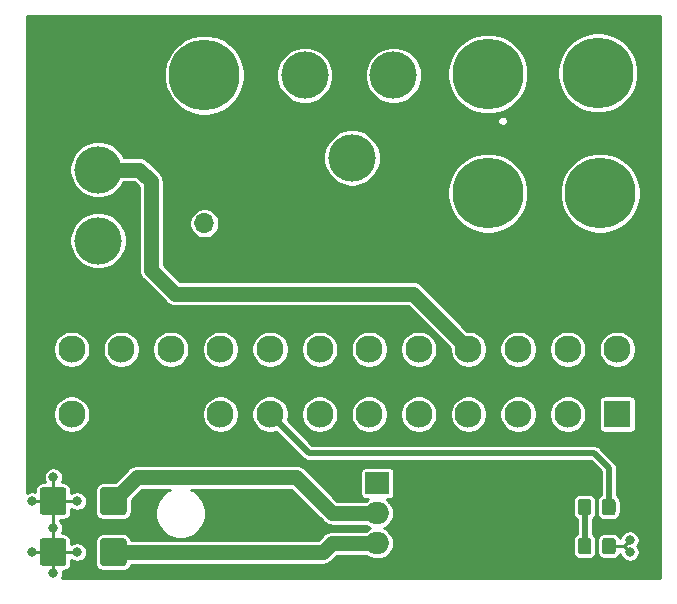
<source format=gbr>
%TF.GenerationSoftware,KiCad,Pcbnew,(5.1.12)-1*%
%TF.CreationDate,2023-10-03T16:06:22+02:00*%
%TF.ProjectId,PICO-AT,5049434f-2d41-4542-9e6b-696361645f70,rev?*%
%TF.SameCoordinates,Original*%
%TF.FileFunction,Copper,L4,Bot*%
%TF.FilePolarity,Positive*%
%FSLAX46Y46*%
G04 Gerber Fmt 4.6, Leading zero omitted, Abs format (unit mm)*
G04 Created by KiCad (PCBNEW (5.1.12)-1) date 2023-10-03 16:06:22*
%MOMM*%
%LPD*%
G01*
G04 APERTURE LIST*
%TA.AperFunction,ComponentPad*%
%ADD10R,2.000000X1.905000*%
%TD*%
%TA.AperFunction,ComponentPad*%
%ADD11O,2.000000X1.905000*%
%TD*%
%TA.AperFunction,ComponentPad*%
%ADD12R,2.300000X2.300000*%
%TD*%
%TA.AperFunction,ComponentPad*%
%ADD13C,2.300000*%
%TD*%
%TA.AperFunction,ComponentPad*%
%ADD14O,1.700000X1.700000*%
%TD*%
%TA.AperFunction,ComponentPad*%
%ADD15R,1.700000X1.700000*%
%TD*%
%TA.AperFunction,ComponentPad*%
%ADD16C,4.000000*%
%TD*%
%TA.AperFunction,ComponentPad*%
%ADD17C,6.000000*%
%TD*%
%TA.AperFunction,ViaPad*%
%ADD18C,0.800000*%
%TD*%
%TA.AperFunction,Conductor*%
%ADD19C,1.250000*%
%TD*%
%TA.AperFunction,Conductor*%
%ADD20C,0.250000*%
%TD*%
%TA.AperFunction,Conductor*%
%ADD21C,0.500000*%
%TD*%
%TA.AperFunction,Conductor*%
%ADD22C,0.254000*%
%TD*%
%TA.AperFunction,Conductor*%
%ADD23C,0.100000*%
%TD*%
G04 APERTURE END LIST*
D10*
%TO.P,U1,1*%
%TO.N,/GND*%
X151638000Y-113538000D03*
D11*
%TO.P,U1,2*%
%TO.N,/-12V*%
X151638000Y-116078000D03*
%TO.P,U1,3*%
%TO.N,/-5V*%
X151638000Y-118618000D03*
%TD*%
D12*
%TO.P,J1,1*%
%TO.N,/3.3V*%
X171958000Y-107696000D03*
D13*
%TO.P,J1,2*%
X167758000Y-107696000D03*
%TO.P,J1,3*%
%TO.N,/GND*%
X163558000Y-107696000D03*
%TO.P,J1,4*%
%TO.N,/5V*%
X159358000Y-107696000D03*
%TO.P,J1,5*%
%TO.N,/GND*%
X155158000Y-107696000D03*
%TO.P,J1,6*%
%TO.N,/5V*%
X150958000Y-107696000D03*
%TO.P,J1,7*%
%TO.N,/GND*%
X146758000Y-107696000D03*
%TO.P,J1,8*%
%TO.N,/PG*%
X142558000Y-107696000D03*
%TO.P,J1,9*%
%TO.N,Net-(J1-Pad9)*%
X138358000Y-107696000D03*
%TO.P,J1,10*%
%TO.N,/12V*%
X134158000Y-107696000D03*
%TO.P,J1,11*%
X129958000Y-107696000D03*
%TO.P,J1,12*%
%TO.N,Net-(J1-Pad12)*%
X125758000Y-107696000D03*
%TO.P,J1,13*%
%TO.N,/3.3V*%
X171958000Y-102196000D03*
%TO.P,J1,14*%
%TO.N,/-12V*%
X167758000Y-102196000D03*
%TO.P,J1,15*%
%TO.N,/GND*%
X163558000Y-102196000D03*
%TO.P,J1,16*%
%TO.N,/PS-ON*%
X159358000Y-102196000D03*
%TO.P,J1,17*%
%TO.N,/GND*%
X155158000Y-102196000D03*
%TO.P,J1,18*%
X150958000Y-102196000D03*
%TO.P,J1,19*%
X146758000Y-102196000D03*
%TO.P,J1,20*%
%TO.N,Net-(J1-Pad20)*%
X142558000Y-102196000D03*
%TO.P,J1,21*%
%TO.N,/5V*%
X138358000Y-102196000D03*
%TO.P,J1,22*%
X134158000Y-102196000D03*
%TO.P,J1,23*%
X129958000Y-102196000D03*
%TO.P,J1,24*%
%TO.N,/GND*%
X125758000Y-102196000D03*
%TD*%
D14*
%TO.P,+12V,2*%
%TO.N,/GND*%
X137000000Y-91540000D03*
D15*
%TO.P,+12V,1*%
%TO.N,/12V*%
X137000000Y-89000000D03*
%TD*%
D16*
%TO.P,GND,2*%
%TO.N,/GND*%
X128000000Y-93000000D03*
%TO.P,GND,1*%
%TO.N,/PS-ON*%
X128000000Y-87000000D03*
%TD*%
%TO.P,C1,2*%
%TO.N,/-12V*%
%TA.AperFunction,SMDPad,CuDef*%
G36*
G01*
X128161000Y-115987001D02*
X128161000Y-114136999D01*
G75*
G02*
X128410999Y-113887000I249999J0D01*
G01*
X130161001Y-113887000D01*
G75*
G02*
X130411000Y-114136999I0J-249999D01*
G01*
X130411000Y-115987001D01*
G75*
G02*
X130161001Y-116237000I-249999J0D01*
G01*
X128410999Y-116237000D01*
G75*
G02*
X128161000Y-115987001I0J249999D01*
G01*
G37*
%TD.AperFunction*%
%TO.P,C1,1*%
%TO.N,/GND*%
%TA.AperFunction,SMDPad,CuDef*%
G36*
G01*
X123061000Y-115987001D02*
X123061000Y-114136999D01*
G75*
G02*
X123310999Y-113887000I249999J0D01*
G01*
X125061001Y-113887000D01*
G75*
G02*
X125311000Y-114136999I0J-249999D01*
G01*
X125311000Y-115987001D01*
G75*
G02*
X125061001Y-116237000I-249999J0D01*
G01*
X123310999Y-116237000D01*
G75*
G02*
X123061000Y-115987001I0J249999D01*
G01*
G37*
%TD.AperFunction*%
%TD*%
%TO.P,C2,1*%
%TO.N,/GND*%
%TA.AperFunction,SMDPad,CuDef*%
G36*
G01*
X123061000Y-120305001D02*
X123061000Y-118454999D01*
G75*
G02*
X123310999Y-118205000I249999J0D01*
G01*
X125061001Y-118205000D01*
G75*
G02*
X125311000Y-118454999I0J-249999D01*
G01*
X125311000Y-120305001D01*
G75*
G02*
X125061001Y-120555000I-249999J0D01*
G01*
X123310999Y-120555000D01*
G75*
G02*
X123061000Y-120305001I0J249999D01*
G01*
G37*
%TD.AperFunction*%
%TO.P,C2,2*%
%TO.N,/-5V*%
%TA.AperFunction,SMDPad,CuDef*%
G36*
G01*
X128161000Y-120305001D02*
X128161000Y-118454999D01*
G75*
G02*
X128410999Y-118205000I249999J0D01*
G01*
X130161001Y-118205000D01*
G75*
G02*
X130411000Y-118454999I0J-249999D01*
G01*
X130411000Y-120305001D01*
G75*
G02*
X130161001Y-120555000I-249999J0D01*
G01*
X128410999Y-120555000D01*
G75*
G02*
X128161000Y-120305001I0J249999D01*
G01*
G37*
%TD.AperFunction*%
%TD*%
%TO.P,D4,2*%
%TO.N,Net-(D4-Pad2)*%
%TA.AperFunction,SMDPad,CuDef*%
G36*
G01*
X169768000Y-118421999D02*
X169768000Y-119322001D01*
G75*
G02*
X169518001Y-119572000I-249999J0D01*
G01*
X168867999Y-119572000D01*
G75*
G02*
X168618000Y-119322001I0J249999D01*
G01*
X168618000Y-118421999D01*
G75*
G02*
X168867999Y-118172000I249999J0D01*
G01*
X169518001Y-118172000D01*
G75*
G02*
X169768000Y-118421999I0J-249999D01*
G01*
G37*
%TD.AperFunction*%
%TO.P,D4,1*%
%TO.N,/GND*%
%TA.AperFunction,SMDPad,CuDef*%
G36*
G01*
X171818000Y-118421999D02*
X171818000Y-119322001D01*
G75*
G02*
X171568001Y-119572000I-249999J0D01*
G01*
X170917999Y-119572000D01*
G75*
G02*
X170668000Y-119322001I0J249999D01*
G01*
X170668000Y-118421999D01*
G75*
G02*
X170917999Y-118172000I249999J0D01*
G01*
X171568001Y-118172000D01*
G75*
G02*
X171818000Y-118421999I0J-249999D01*
G01*
G37*
%TD.AperFunction*%
%TD*%
%TO.P,R4,2*%
%TO.N,Net-(D4-Pad2)*%
%TA.AperFunction,SMDPad,CuDef*%
G36*
G01*
X169759000Y-115119999D02*
X169759000Y-116020001D01*
G75*
G02*
X169509001Y-116270000I-249999J0D01*
G01*
X168858999Y-116270000D01*
G75*
G02*
X168609000Y-116020001I0J249999D01*
G01*
X168609000Y-115119999D01*
G75*
G02*
X168858999Y-114870000I249999J0D01*
G01*
X169509001Y-114870000D01*
G75*
G02*
X169759000Y-115119999I0J-249999D01*
G01*
G37*
%TD.AperFunction*%
%TO.P,R4,1*%
%TO.N,/PG*%
%TA.AperFunction,SMDPad,CuDef*%
G36*
G01*
X171809000Y-115119999D02*
X171809000Y-116020001D01*
G75*
G02*
X171559001Y-116270000I-249999J0D01*
G01*
X170908999Y-116270000D01*
G75*
G02*
X170659000Y-116020001I0J249999D01*
G01*
X170659000Y-115119999D01*
G75*
G02*
X170908999Y-114870000I249999J0D01*
G01*
X171559001Y-114870000D01*
G75*
G02*
X171809000Y-115119999I0J-249999D01*
G01*
G37*
%TD.AperFunction*%
%TD*%
D17*
%TO.P,+3.3V,1*%
%TO.N,/3.3V*%
X161000000Y-89000000D03*
%TD*%
%TO.P,+5V Red,1*%
%TO.N,/5V*%
X137000000Y-79000000D03*
%TD*%
%TO.P,+12V Blue,1*%
%TO.N,/12V*%
X128000000Y-79000000D03*
%TD*%
%TO.P,GND,1*%
%TO.N,/GND*%
X170300000Y-78800000D03*
%TD*%
%TO.P,GND,1*%
%TO.N,/GND*%
X161000000Y-78900000D03*
%TD*%
%TO.P,GND,1*%
%TO.N,/GND*%
X170500000Y-89000000D03*
%TD*%
D16*
%TO.P,-12V,1*%
%TO.N,/-12V*%
X153000000Y-79000000D03*
%TD*%
%TO.P,-5V,1*%
%TO.N,/-5V*%
X145500000Y-79000000D03*
%TD*%
%TO.P,PG,1*%
%TO.N,/PG*%
X149500000Y-86000000D03*
%TD*%
D18*
%TO.N,/GND*%
X173012000Y-118364000D03*
X173012000Y-119380000D03*
X124206000Y-113030000D03*
X126238000Y-115062000D03*
X124206000Y-117348000D03*
X126238000Y-119380000D03*
X122428000Y-115062000D03*
X122428000Y-119380000D03*
X124206000Y-121158000D03*
%TD*%
D19*
%TO.N,/-12V*%
X129286000Y-115062000D02*
X131318000Y-113030000D01*
X131318000Y-113030000D02*
X144780000Y-113030000D01*
X147828000Y-116078000D02*
X151638000Y-116078000D01*
X144780000Y-113030000D02*
X147828000Y-116078000D01*
D20*
%TO.N,/GND*%
X172504000Y-118872000D02*
X173012000Y-118364000D01*
X172504000Y-118872000D02*
X173012000Y-119380000D01*
X171243000Y-118872000D02*
X172504000Y-118872000D01*
X124186000Y-115062000D02*
X126238000Y-115062000D01*
X124186000Y-113050000D02*
X124206000Y-113030000D01*
X124186000Y-115062000D02*
X124186000Y-113050000D01*
X124186000Y-115062000D02*
X122428000Y-115062000D01*
X124186000Y-117328000D02*
X124206000Y-117348000D01*
X124186000Y-115062000D02*
X124186000Y-117328000D01*
X124206000Y-119360000D02*
X124186000Y-119380000D01*
X124206000Y-117348000D02*
X124206000Y-119360000D01*
X124186000Y-119380000D02*
X126238000Y-119380000D01*
X124186000Y-121138000D02*
X124206000Y-121158000D01*
X124186000Y-119380000D02*
X124186000Y-121138000D01*
X124186000Y-119380000D02*
X122428000Y-119380000D01*
D19*
%TO.N,/-5V*%
X129286000Y-119380000D02*
X147066000Y-119380000D01*
X147828000Y-118618000D02*
X151638000Y-118618000D01*
X147066000Y-119380000D02*
X147828000Y-118618000D01*
D21*
%TO.N,Net-(D4-Pad2)*%
X169184000Y-118863000D02*
X169193000Y-118872000D01*
X169184000Y-115570000D02*
X169184000Y-118863000D01*
%TO.N,/PG*%
X142558000Y-107696000D02*
X145862000Y-111000000D01*
X145862000Y-111000000D02*
X170000000Y-111000000D01*
X171234000Y-112234000D02*
X171234000Y-115570000D01*
X170000000Y-111000000D02*
X171234000Y-112234000D01*
D19*
%TO.N,/PS-ON*%
X132500000Y-88000000D02*
X131500000Y-87000000D01*
X131500000Y-87000000D02*
X128000000Y-87000000D01*
X132500000Y-95500000D02*
X132500000Y-88000000D01*
X134500000Y-97500000D02*
X132500000Y-95500000D01*
X154662000Y-97500000D02*
X134500000Y-97500000D01*
X159358000Y-102196000D02*
X154662000Y-97500000D01*
%TD*%
D22*
%TO.N,/12V*%
X175569796Y-121548000D02*
X124939594Y-121548000D01*
X125001218Y-121399227D01*
X125033000Y-121239452D01*
X125033000Y-121076548D01*
X125014604Y-120984066D01*
X125061001Y-120984066D01*
X125193480Y-120971018D01*
X125320868Y-120932375D01*
X125438269Y-120869623D01*
X125541172Y-120785172D01*
X125625623Y-120682269D01*
X125688375Y-120564868D01*
X125727018Y-120437480D01*
X125740066Y-120305001D01*
X125740066Y-120041914D01*
X125846269Y-120112877D01*
X125996773Y-120175218D01*
X126156548Y-120207000D01*
X126319452Y-120207000D01*
X126479227Y-120175218D01*
X126629731Y-120112877D01*
X126765181Y-120022372D01*
X126880372Y-119907181D01*
X126970877Y-119771731D01*
X127033218Y-119621227D01*
X127065000Y-119461452D01*
X127065000Y-119298548D01*
X127033218Y-119138773D01*
X126970877Y-118988269D01*
X126880372Y-118852819D01*
X126765181Y-118737628D01*
X126629731Y-118647123D01*
X126479227Y-118584782D01*
X126319452Y-118553000D01*
X126156548Y-118553000D01*
X125996773Y-118584782D01*
X125846269Y-118647123D01*
X125740066Y-118718086D01*
X125740066Y-118454999D01*
X125727018Y-118322520D01*
X125688375Y-118195132D01*
X125625623Y-118077731D01*
X125541172Y-117974828D01*
X125438269Y-117890377D01*
X125320868Y-117827625D01*
X125193480Y-117788982D01*
X125061001Y-117775934D01*
X124914687Y-117775934D01*
X124938877Y-117739731D01*
X125001218Y-117589227D01*
X125033000Y-117429452D01*
X125033000Y-117266548D01*
X125001218Y-117106773D01*
X124938877Y-116956269D01*
X124848372Y-116820819D01*
X124738000Y-116710447D01*
X124738000Y-116666066D01*
X125061001Y-116666066D01*
X125193480Y-116653018D01*
X125320868Y-116614375D01*
X125438269Y-116551623D01*
X125541172Y-116467172D01*
X125625623Y-116364269D01*
X125688375Y-116246868D01*
X125727018Y-116119480D01*
X125740066Y-115987001D01*
X125740066Y-115723914D01*
X125846269Y-115794877D01*
X125996773Y-115857218D01*
X126156548Y-115889000D01*
X126319452Y-115889000D01*
X126479227Y-115857218D01*
X126629731Y-115794877D01*
X126765181Y-115704372D01*
X126880372Y-115589181D01*
X126970877Y-115453731D01*
X127033218Y-115303227D01*
X127065000Y-115143452D01*
X127065000Y-114980548D01*
X127033218Y-114820773D01*
X126970877Y-114670269D01*
X126880372Y-114534819D01*
X126765181Y-114419628D01*
X126629731Y-114329123D01*
X126479227Y-114266782D01*
X126319452Y-114235000D01*
X126156548Y-114235000D01*
X125996773Y-114266782D01*
X125846269Y-114329123D01*
X125740066Y-114400086D01*
X125740066Y-114136999D01*
X127731934Y-114136999D01*
X127731934Y-115987001D01*
X127744982Y-116119480D01*
X127783625Y-116246868D01*
X127846377Y-116364269D01*
X127930828Y-116467172D01*
X128033731Y-116551623D01*
X128151132Y-116614375D01*
X128278520Y-116653018D01*
X128410999Y-116666066D01*
X130161001Y-116666066D01*
X130293480Y-116653018D01*
X130420868Y-116614375D01*
X130538269Y-116551623D01*
X130641172Y-116467172D01*
X130725623Y-116364269D01*
X130788375Y-116246868D01*
X130827018Y-116119480D01*
X130840066Y-115987001D01*
X130840066Y-114995685D01*
X131753752Y-114082000D01*
X134107993Y-114082000D01*
X133946804Y-114148767D01*
X133590243Y-114387013D01*
X133287013Y-114690243D01*
X133048767Y-115046804D01*
X132884660Y-115442992D01*
X132801000Y-115863584D01*
X132801000Y-116292416D01*
X132884660Y-116713008D01*
X133048767Y-117109196D01*
X133287013Y-117465757D01*
X133590243Y-117768987D01*
X133946804Y-118007233D01*
X134342992Y-118171340D01*
X134763584Y-118255000D01*
X135192416Y-118255000D01*
X135613008Y-118171340D01*
X136009196Y-118007233D01*
X136365757Y-117768987D01*
X136668987Y-117465757D01*
X136907233Y-117109196D01*
X137071340Y-116713008D01*
X137155000Y-116292416D01*
X137155000Y-115863584D01*
X137071340Y-115442992D01*
X136907233Y-115046804D01*
X136668987Y-114690243D01*
X136365757Y-114387013D01*
X136009196Y-114148767D01*
X135848007Y-114082000D01*
X144344249Y-114082000D01*
X147047574Y-116785326D01*
X147080524Y-116825476D01*
X147214943Y-116935790D01*
X147240712Y-116956938D01*
X147423469Y-117054624D01*
X147621772Y-117114778D01*
X147828000Y-117135090D01*
X147879679Y-117130000D01*
X150697848Y-117130000D01*
X150820383Y-117230562D01*
X151040094Y-117348000D01*
X150820383Y-117465438D01*
X150697848Y-117566000D01*
X147879679Y-117566000D01*
X147828000Y-117560910D01*
X147776321Y-117566000D01*
X147621772Y-117581222D01*
X147423469Y-117641376D01*
X147240712Y-117739062D01*
X147080524Y-117870524D01*
X147047578Y-117910670D01*
X146630248Y-118328000D01*
X130827558Y-118328000D01*
X130827018Y-118322520D01*
X130788375Y-118195132D01*
X130725623Y-118077731D01*
X130641172Y-117974828D01*
X130538269Y-117890377D01*
X130420868Y-117827625D01*
X130293480Y-117788982D01*
X130161001Y-117775934D01*
X128410999Y-117775934D01*
X128278520Y-117788982D01*
X128151132Y-117827625D01*
X128033731Y-117890377D01*
X127930828Y-117974828D01*
X127846377Y-118077731D01*
X127783625Y-118195132D01*
X127744982Y-118322520D01*
X127731934Y-118454999D01*
X127731934Y-120305001D01*
X127744982Y-120437480D01*
X127783625Y-120564868D01*
X127846377Y-120682269D01*
X127930828Y-120785172D01*
X128033731Y-120869623D01*
X128151132Y-120932375D01*
X128278520Y-120971018D01*
X128410999Y-120984066D01*
X130161001Y-120984066D01*
X130293480Y-120971018D01*
X130420868Y-120932375D01*
X130538269Y-120869623D01*
X130641172Y-120785172D01*
X130725623Y-120682269D01*
X130788375Y-120564868D01*
X130827018Y-120437480D01*
X130827558Y-120432000D01*
X147014321Y-120432000D01*
X147066000Y-120437090D01*
X147117679Y-120432000D01*
X147272228Y-120416778D01*
X147470531Y-120356624D01*
X147653288Y-120258938D01*
X147813476Y-120127476D01*
X147846430Y-120087321D01*
X148263752Y-119670000D01*
X150697848Y-119670000D01*
X150820383Y-119770562D01*
X151060034Y-119898658D01*
X151320071Y-119977539D01*
X151522738Y-119997500D01*
X151753262Y-119997500D01*
X151955929Y-119977539D01*
X152215966Y-119898658D01*
X152455617Y-119770562D01*
X152665673Y-119598173D01*
X152838062Y-119388117D01*
X152966158Y-119148466D01*
X153045039Y-118888429D01*
X153071674Y-118618000D01*
X153045039Y-118347571D01*
X152966158Y-118087534D01*
X152838062Y-117847883D01*
X152665673Y-117637827D01*
X152455617Y-117465438D01*
X152235906Y-117348000D01*
X152455617Y-117230562D01*
X152665673Y-117058173D01*
X152838062Y-116848117D01*
X152966158Y-116608466D01*
X153045039Y-116348429D01*
X153071674Y-116078000D01*
X153045039Y-115807571D01*
X152966158Y-115547534D01*
X152838062Y-115307883D01*
X152683870Y-115119999D01*
X168179934Y-115119999D01*
X168179934Y-116020001D01*
X168192982Y-116152480D01*
X168231625Y-116279868D01*
X168294377Y-116397269D01*
X168378828Y-116500172D01*
X168481731Y-116584623D01*
X168507000Y-116598130D01*
X168507001Y-117848681D01*
X168490731Y-117857377D01*
X168387828Y-117941828D01*
X168303377Y-118044731D01*
X168240625Y-118162132D01*
X168201982Y-118289520D01*
X168188934Y-118421999D01*
X168188934Y-119322001D01*
X168201982Y-119454480D01*
X168240625Y-119581868D01*
X168303377Y-119699269D01*
X168387828Y-119802172D01*
X168490731Y-119886623D01*
X168608132Y-119949375D01*
X168735520Y-119988018D01*
X168867999Y-120001066D01*
X169518001Y-120001066D01*
X169650480Y-119988018D01*
X169777868Y-119949375D01*
X169895269Y-119886623D01*
X169998172Y-119802172D01*
X170082623Y-119699269D01*
X170145375Y-119581868D01*
X170184018Y-119454480D01*
X170197066Y-119322001D01*
X170197066Y-118421999D01*
X170238934Y-118421999D01*
X170238934Y-119322001D01*
X170251982Y-119454480D01*
X170290625Y-119581868D01*
X170353377Y-119699269D01*
X170437828Y-119802172D01*
X170540731Y-119886623D01*
X170658132Y-119949375D01*
X170785520Y-119988018D01*
X170917999Y-120001066D01*
X171568001Y-120001066D01*
X171700480Y-119988018D01*
X171827868Y-119949375D01*
X171945269Y-119886623D01*
X172048172Y-119802172D01*
X172132623Y-119699269D01*
X172195375Y-119581868D01*
X172203575Y-119554835D01*
X172216782Y-119621227D01*
X172279123Y-119771731D01*
X172369628Y-119907181D01*
X172484819Y-120022372D01*
X172620269Y-120112877D01*
X172770773Y-120175218D01*
X172930548Y-120207000D01*
X173093452Y-120207000D01*
X173253227Y-120175218D01*
X173403731Y-120112877D01*
X173539181Y-120022372D01*
X173654372Y-119907181D01*
X173744877Y-119771731D01*
X173807218Y-119621227D01*
X173839000Y-119461452D01*
X173839000Y-119298548D01*
X173807218Y-119138773D01*
X173744877Y-118988269D01*
X173667188Y-118872000D01*
X173744877Y-118755731D01*
X173807218Y-118605227D01*
X173839000Y-118445452D01*
X173839000Y-118282548D01*
X173807218Y-118122773D01*
X173744877Y-117972269D01*
X173654372Y-117836819D01*
X173539181Y-117721628D01*
X173403731Y-117631123D01*
X173253227Y-117568782D01*
X173093452Y-117537000D01*
X172930548Y-117537000D01*
X172770773Y-117568782D01*
X172620269Y-117631123D01*
X172484819Y-117721628D01*
X172369628Y-117836819D01*
X172279123Y-117972269D01*
X172216782Y-118122773D01*
X172203575Y-118189165D01*
X172195375Y-118162132D01*
X172132623Y-118044731D01*
X172048172Y-117941828D01*
X171945269Y-117857377D01*
X171827868Y-117794625D01*
X171700480Y-117755982D01*
X171568001Y-117742934D01*
X170917999Y-117742934D01*
X170785520Y-117755982D01*
X170658132Y-117794625D01*
X170540731Y-117857377D01*
X170437828Y-117941828D01*
X170353377Y-118044731D01*
X170290625Y-118162132D01*
X170251982Y-118289520D01*
X170238934Y-118421999D01*
X170197066Y-118421999D01*
X170184018Y-118289520D01*
X170145375Y-118162132D01*
X170082623Y-118044731D01*
X169998172Y-117941828D01*
X169895269Y-117857377D01*
X169861000Y-117839060D01*
X169861000Y-116598130D01*
X169886269Y-116584623D01*
X169989172Y-116500172D01*
X170073623Y-116397269D01*
X170136375Y-116279868D01*
X170175018Y-116152480D01*
X170188066Y-116020001D01*
X170188066Y-115119999D01*
X170175018Y-114987520D01*
X170136375Y-114860132D01*
X170073623Y-114742731D01*
X169989172Y-114639828D01*
X169886269Y-114555377D01*
X169768868Y-114492625D01*
X169641480Y-114453982D01*
X169509001Y-114440934D01*
X168858999Y-114440934D01*
X168726520Y-114453982D01*
X168599132Y-114492625D01*
X168481731Y-114555377D01*
X168378828Y-114639828D01*
X168294377Y-114742731D01*
X168231625Y-114860132D01*
X168192982Y-114987520D01*
X168179934Y-115119999D01*
X152683870Y-115119999D01*
X152665673Y-115097827D01*
X152455617Y-114925438D01*
X152444631Y-114919566D01*
X152638000Y-114919566D01*
X152721707Y-114911322D01*
X152802196Y-114886905D01*
X152876376Y-114847255D01*
X152941395Y-114793895D01*
X152994755Y-114728876D01*
X153034405Y-114654696D01*
X153058822Y-114574207D01*
X153067066Y-114490500D01*
X153067066Y-112585500D01*
X153058822Y-112501793D01*
X153034405Y-112421304D01*
X152994755Y-112347124D01*
X152941395Y-112282105D01*
X152876376Y-112228745D01*
X152802196Y-112189095D01*
X152721707Y-112164678D01*
X152638000Y-112156434D01*
X150638000Y-112156434D01*
X150554293Y-112164678D01*
X150473804Y-112189095D01*
X150399624Y-112228745D01*
X150334605Y-112282105D01*
X150281245Y-112347124D01*
X150241595Y-112421304D01*
X150217178Y-112501793D01*
X150208934Y-112585500D01*
X150208934Y-114490500D01*
X150217178Y-114574207D01*
X150241595Y-114654696D01*
X150281245Y-114728876D01*
X150334605Y-114793895D01*
X150399624Y-114847255D01*
X150473804Y-114886905D01*
X150554293Y-114911322D01*
X150638000Y-114919566D01*
X150831369Y-114919566D01*
X150820383Y-114925438D01*
X150697848Y-115026000D01*
X148263752Y-115026000D01*
X145560431Y-112322680D01*
X145527476Y-112282524D01*
X145367288Y-112151062D01*
X145184531Y-112053376D01*
X144986228Y-111993222D01*
X144831679Y-111978000D01*
X144780000Y-111972910D01*
X144728321Y-111978000D01*
X131369679Y-111978000D01*
X131318000Y-111972910D01*
X131266321Y-111978000D01*
X131111772Y-111993222D01*
X130913469Y-112053376D01*
X130730712Y-112151062D01*
X130570524Y-112282524D01*
X130537574Y-112322674D01*
X129402315Y-113457934D01*
X128410999Y-113457934D01*
X128278520Y-113470982D01*
X128151132Y-113509625D01*
X128033731Y-113572377D01*
X127930828Y-113656828D01*
X127846377Y-113759731D01*
X127783625Y-113877132D01*
X127744982Y-114004520D01*
X127731934Y-114136999D01*
X125740066Y-114136999D01*
X125727018Y-114004520D01*
X125688375Y-113877132D01*
X125625623Y-113759731D01*
X125541172Y-113656828D01*
X125438269Y-113572377D01*
X125320868Y-113509625D01*
X125193480Y-113470982D01*
X125061001Y-113457934D01*
X124914687Y-113457934D01*
X124938877Y-113421731D01*
X125001218Y-113271227D01*
X125033000Y-113111452D01*
X125033000Y-112948548D01*
X125001218Y-112788773D01*
X124938877Y-112638269D01*
X124848372Y-112502819D01*
X124733181Y-112387628D01*
X124597731Y-112297123D01*
X124447227Y-112234782D01*
X124287452Y-112203000D01*
X124124548Y-112203000D01*
X123964773Y-112234782D01*
X123814269Y-112297123D01*
X123678819Y-112387628D01*
X123563628Y-112502819D01*
X123473123Y-112638269D01*
X123410782Y-112788773D01*
X123379000Y-112948548D01*
X123379000Y-113111452D01*
X123410782Y-113271227D01*
X123473123Y-113421731D01*
X123497313Y-113457934D01*
X123310999Y-113457934D01*
X123178520Y-113470982D01*
X123051132Y-113509625D01*
X122933731Y-113572377D01*
X122830828Y-113656828D01*
X122746377Y-113759731D01*
X122683625Y-113877132D01*
X122644982Y-114004520D01*
X122631934Y-114136999D01*
X122631934Y-114259364D01*
X122509452Y-114235000D01*
X122346548Y-114235000D01*
X122186773Y-114266782D01*
X122036269Y-114329123D01*
X121952000Y-114385430D01*
X121952000Y-107540679D01*
X124181000Y-107540679D01*
X124181000Y-107851321D01*
X124241604Y-108155994D01*
X124360481Y-108442989D01*
X124533064Y-108701279D01*
X124752721Y-108920936D01*
X125011011Y-109093519D01*
X125298006Y-109212396D01*
X125602679Y-109273000D01*
X125913321Y-109273000D01*
X126217994Y-109212396D01*
X126504989Y-109093519D01*
X126763279Y-108920936D01*
X126982936Y-108701279D01*
X127155519Y-108442989D01*
X127274396Y-108155994D01*
X127335000Y-107851321D01*
X127335000Y-107540679D01*
X136781000Y-107540679D01*
X136781000Y-107851321D01*
X136841604Y-108155994D01*
X136960481Y-108442989D01*
X137133064Y-108701279D01*
X137352721Y-108920936D01*
X137611011Y-109093519D01*
X137898006Y-109212396D01*
X138202679Y-109273000D01*
X138513321Y-109273000D01*
X138817994Y-109212396D01*
X139104989Y-109093519D01*
X139363279Y-108920936D01*
X139582936Y-108701279D01*
X139755519Y-108442989D01*
X139874396Y-108155994D01*
X139935000Y-107851321D01*
X139935000Y-107540679D01*
X140981000Y-107540679D01*
X140981000Y-107851321D01*
X141041604Y-108155994D01*
X141160481Y-108442989D01*
X141333064Y-108701279D01*
X141552721Y-108920936D01*
X141811011Y-109093519D01*
X142098006Y-109212396D01*
X142402679Y-109273000D01*
X142713321Y-109273000D01*
X143017994Y-109212396D01*
X143087983Y-109183406D01*
X145359778Y-111455201D01*
X145380973Y-111481027D01*
X145406799Y-111502222D01*
X145406801Y-111502224D01*
X145484059Y-111565628D01*
X145601670Y-111628492D01*
X145729285Y-111667204D01*
X145862000Y-111680275D01*
X145895252Y-111677000D01*
X169719578Y-111677000D01*
X170557000Y-112514423D01*
X170557001Y-114541870D01*
X170531731Y-114555377D01*
X170428828Y-114639828D01*
X170344377Y-114742731D01*
X170281625Y-114860132D01*
X170242982Y-114987520D01*
X170229934Y-115119999D01*
X170229934Y-116020001D01*
X170242982Y-116152480D01*
X170281625Y-116279868D01*
X170344377Y-116397269D01*
X170428828Y-116500172D01*
X170531731Y-116584623D01*
X170649132Y-116647375D01*
X170776520Y-116686018D01*
X170908999Y-116699066D01*
X171559001Y-116699066D01*
X171691480Y-116686018D01*
X171818868Y-116647375D01*
X171936269Y-116584623D01*
X172039172Y-116500172D01*
X172123623Y-116397269D01*
X172186375Y-116279868D01*
X172225018Y-116152480D01*
X172238066Y-116020001D01*
X172238066Y-115119999D01*
X172225018Y-114987520D01*
X172186375Y-114860132D01*
X172123623Y-114742731D01*
X172039172Y-114639828D01*
X171936269Y-114555377D01*
X171911000Y-114541870D01*
X171911000Y-112267252D01*
X171914275Y-112234000D01*
X171901204Y-112101285D01*
X171862492Y-111973670D01*
X171799628Y-111856059D01*
X171736224Y-111778801D01*
X171736218Y-111778795D01*
X171715026Y-111752973D01*
X171689205Y-111731783D01*
X170502226Y-110544804D01*
X170481027Y-110518973D01*
X170377941Y-110434372D01*
X170260330Y-110371508D01*
X170132715Y-110332796D01*
X170033252Y-110323000D01*
X170033245Y-110323000D01*
X170000000Y-110319726D01*
X169966755Y-110323000D01*
X146142423Y-110323000D01*
X144045406Y-108225983D01*
X144074396Y-108155994D01*
X144135000Y-107851321D01*
X144135000Y-107540679D01*
X145181000Y-107540679D01*
X145181000Y-107851321D01*
X145241604Y-108155994D01*
X145360481Y-108442989D01*
X145533064Y-108701279D01*
X145752721Y-108920936D01*
X146011011Y-109093519D01*
X146298006Y-109212396D01*
X146602679Y-109273000D01*
X146913321Y-109273000D01*
X147217994Y-109212396D01*
X147504989Y-109093519D01*
X147763279Y-108920936D01*
X147982936Y-108701279D01*
X148155519Y-108442989D01*
X148274396Y-108155994D01*
X148335000Y-107851321D01*
X148335000Y-107540679D01*
X149381000Y-107540679D01*
X149381000Y-107851321D01*
X149441604Y-108155994D01*
X149560481Y-108442989D01*
X149733064Y-108701279D01*
X149952721Y-108920936D01*
X150211011Y-109093519D01*
X150498006Y-109212396D01*
X150802679Y-109273000D01*
X151113321Y-109273000D01*
X151417994Y-109212396D01*
X151704989Y-109093519D01*
X151963279Y-108920936D01*
X152182936Y-108701279D01*
X152355519Y-108442989D01*
X152474396Y-108155994D01*
X152535000Y-107851321D01*
X152535000Y-107540679D01*
X153581000Y-107540679D01*
X153581000Y-107851321D01*
X153641604Y-108155994D01*
X153760481Y-108442989D01*
X153933064Y-108701279D01*
X154152721Y-108920936D01*
X154411011Y-109093519D01*
X154698006Y-109212396D01*
X155002679Y-109273000D01*
X155313321Y-109273000D01*
X155617994Y-109212396D01*
X155904989Y-109093519D01*
X156163279Y-108920936D01*
X156382936Y-108701279D01*
X156555519Y-108442989D01*
X156674396Y-108155994D01*
X156735000Y-107851321D01*
X156735000Y-107540679D01*
X157781000Y-107540679D01*
X157781000Y-107851321D01*
X157841604Y-108155994D01*
X157960481Y-108442989D01*
X158133064Y-108701279D01*
X158352721Y-108920936D01*
X158611011Y-109093519D01*
X158898006Y-109212396D01*
X159202679Y-109273000D01*
X159513321Y-109273000D01*
X159817994Y-109212396D01*
X160104989Y-109093519D01*
X160363279Y-108920936D01*
X160582936Y-108701279D01*
X160755519Y-108442989D01*
X160874396Y-108155994D01*
X160935000Y-107851321D01*
X160935000Y-107540679D01*
X161981000Y-107540679D01*
X161981000Y-107851321D01*
X162041604Y-108155994D01*
X162160481Y-108442989D01*
X162333064Y-108701279D01*
X162552721Y-108920936D01*
X162811011Y-109093519D01*
X163098006Y-109212396D01*
X163402679Y-109273000D01*
X163713321Y-109273000D01*
X164017994Y-109212396D01*
X164304989Y-109093519D01*
X164563279Y-108920936D01*
X164782936Y-108701279D01*
X164955519Y-108442989D01*
X165074396Y-108155994D01*
X165135000Y-107851321D01*
X165135000Y-107540679D01*
X166181000Y-107540679D01*
X166181000Y-107851321D01*
X166241604Y-108155994D01*
X166360481Y-108442989D01*
X166533064Y-108701279D01*
X166752721Y-108920936D01*
X167011011Y-109093519D01*
X167298006Y-109212396D01*
X167602679Y-109273000D01*
X167913321Y-109273000D01*
X168217994Y-109212396D01*
X168504989Y-109093519D01*
X168763279Y-108920936D01*
X168982936Y-108701279D01*
X169155519Y-108442989D01*
X169274396Y-108155994D01*
X169335000Y-107851321D01*
X169335000Y-107540679D01*
X169274396Y-107236006D01*
X169155519Y-106949011D01*
X168982936Y-106690721D01*
X168838215Y-106546000D01*
X170378934Y-106546000D01*
X170378934Y-108846000D01*
X170387178Y-108929707D01*
X170411595Y-109010196D01*
X170451245Y-109084376D01*
X170504605Y-109149395D01*
X170569624Y-109202755D01*
X170643804Y-109242405D01*
X170724293Y-109266822D01*
X170808000Y-109275066D01*
X173108000Y-109275066D01*
X173191707Y-109266822D01*
X173272196Y-109242405D01*
X173346376Y-109202755D01*
X173411395Y-109149395D01*
X173464755Y-109084376D01*
X173504405Y-109010196D01*
X173528822Y-108929707D01*
X173537066Y-108846000D01*
X173537066Y-106546000D01*
X173528822Y-106462293D01*
X173504405Y-106381804D01*
X173464755Y-106307624D01*
X173411395Y-106242605D01*
X173346376Y-106189245D01*
X173272196Y-106149595D01*
X173191707Y-106125178D01*
X173108000Y-106116934D01*
X170808000Y-106116934D01*
X170724293Y-106125178D01*
X170643804Y-106149595D01*
X170569624Y-106189245D01*
X170504605Y-106242605D01*
X170451245Y-106307624D01*
X170411595Y-106381804D01*
X170387178Y-106462293D01*
X170378934Y-106546000D01*
X168838215Y-106546000D01*
X168763279Y-106471064D01*
X168504989Y-106298481D01*
X168217994Y-106179604D01*
X167913321Y-106119000D01*
X167602679Y-106119000D01*
X167298006Y-106179604D01*
X167011011Y-106298481D01*
X166752721Y-106471064D01*
X166533064Y-106690721D01*
X166360481Y-106949011D01*
X166241604Y-107236006D01*
X166181000Y-107540679D01*
X165135000Y-107540679D01*
X165074396Y-107236006D01*
X164955519Y-106949011D01*
X164782936Y-106690721D01*
X164563279Y-106471064D01*
X164304989Y-106298481D01*
X164017994Y-106179604D01*
X163713321Y-106119000D01*
X163402679Y-106119000D01*
X163098006Y-106179604D01*
X162811011Y-106298481D01*
X162552721Y-106471064D01*
X162333064Y-106690721D01*
X162160481Y-106949011D01*
X162041604Y-107236006D01*
X161981000Y-107540679D01*
X160935000Y-107540679D01*
X160874396Y-107236006D01*
X160755519Y-106949011D01*
X160582936Y-106690721D01*
X160363279Y-106471064D01*
X160104989Y-106298481D01*
X159817994Y-106179604D01*
X159513321Y-106119000D01*
X159202679Y-106119000D01*
X158898006Y-106179604D01*
X158611011Y-106298481D01*
X158352721Y-106471064D01*
X158133064Y-106690721D01*
X157960481Y-106949011D01*
X157841604Y-107236006D01*
X157781000Y-107540679D01*
X156735000Y-107540679D01*
X156674396Y-107236006D01*
X156555519Y-106949011D01*
X156382936Y-106690721D01*
X156163279Y-106471064D01*
X155904989Y-106298481D01*
X155617994Y-106179604D01*
X155313321Y-106119000D01*
X155002679Y-106119000D01*
X154698006Y-106179604D01*
X154411011Y-106298481D01*
X154152721Y-106471064D01*
X153933064Y-106690721D01*
X153760481Y-106949011D01*
X153641604Y-107236006D01*
X153581000Y-107540679D01*
X152535000Y-107540679D01*
X152474396Y-107236006D01*
X152355519Y-106949011D01*
X152182936Y-106690721D01*
X151963279Y-106471064D01*
X151704989Y-106298481D01*
X151417994Y-106179604D01*
X151113321Y-106119000D01*
X150802679Y-106119000D01*
X150498006Y-106179604D01*
X150211011Y-106298481D01*
X149952721Y-106471064D01*
X149733064Y-106690721D01*
X149560481Y-106949011D01*
X149441604Y-107236006D01*
X149381000Y-107540679D01*
X148335000Y-107540679D01*
X148274396Y-107236006D01*
X148155519Y-106949011D01*
X147982936Y-106690721D01*
X147763279Y-106471064D01*
X147504989Y-106298481D01*
X147217994Y-106179604D01*
X146913321Y-106119000D01*
X146602679Y-106119000D01*
X146298006Y-106179604D01*
X146011011Y-106298481D01*
X145752721Y-106471064D01*
X145533064Y-106690721D01*
X145360481Y-106949011D01*
X145241604Y-107236006D01*
X145181000Y-107540679D01*
X144135000Y-107540679D01*
X144074396Y-107236006D01*
X143955519Y-106949011D01*
X143782936Y-106690721D01*
X143563279Y-106471064D01*
X143304989Y-106298481D01*
X143017994Y-106179604D01*
X142713321Y-106119000D01*
X142402679Y-106119000D01*
X142098006Y-106179604D01*
X141811011Y-106298481D01*
X141552721Y-106471064D01*
X141333064Y-106690721D01*
X141160481Y-106949011D01*
X141041604Y-107236006D01*
X140981000Y-107540679D01*
X139935000Y-107540679D01*
X139874396Y-107236006D01*
X139755519Y-106949011D01*
X139582936Y-106690721D01*
X139363279Y-106471064D01*
X139104989Y-106298481D01*
X138817994Y-106179604D01*
X138513321Y-106119000D01*
X138202679Y-106119000D01*
X137898006Y-106179604D01*
X137611011Y-106298481D01*
X137352721Y-106471064D01*
X137133064Y-106690721D01*
X136960481Y-106949011D01*
X136841604Y-107236006D01*
X136781000Y-107540679D01*
X127335000Y-107540679D01*
X127274396Y-107236006D01*
X127155519Y-106949011D01*
X126982936Y-106690721D01*
X126763279Y-106471064D01*
X126504989Y-106298481D01*
X126217994Y-106179604D01*
X125913321Y-106119000D01*
X125602679Y-106119000D01*
X125298006Y-106179604D01*
X125011011Y-106298481D01*
X124752721Y-106471064D01*
X124533064Y-106690721D01*
X124360481Y-106949011D01*
X124241604Y-107236006D01*
X124181000Y-107540679D01*
X121952000Y-107540679D01*
X121952000Y-102040679D01*
X124181000Y-102040679D01*
X124181000Y-102351321D01*
X124241604Y-102655994D01*
X124360481Y-102942989D01*
X124533064Y-103201279D01*
X124752721Y-103420936D01*
X125011011Y-103593519D01*
X125298006Y-103712396D01*
X125602679Y-103773000D01*
X125913321Y-103773000D01*
X126217994Y-103712396D01*
X126504989Y-103593519D01*
X126763279Y-103420936D01*
X126982936Y-103201279D01*
X127155519Y-102942989D01*
X127274396Y-102655994D01*
X127335000Y-102351321D01*
X127335000Y-102040679D01*
X128381000Y-102040679D01*
X128381000Y-102351321D01*
X128441604Y-102655994D01*
X128560481Y-102942989D01*
X128733064Y-103201279D01*
X128952721Y-103420936D01*
X129211011Y-103593519D01*
X129498006Y-103712396D01*
X129802679Y-103773000D01*
X130113321Y-103773000D01*
X130417994Y-103712396D01*
X130704989Y-103593519D01*
X130963279Y-103420936D01*
X131182936Y-103201279D01*
X131355519Y-102942989D01*
X131474396Y-102655994D01*
X131535000Y-102351321D01*
X131535000Y-102040679D01*
X132581000Y-102040679D01*
X132581000Y-102351321D01*
X132641604Y-102655994D01*
X132760481Y-102942989D01*
X132933064Y-103201279D01*
X133152721Y-103420936D01*
X133411011Y-103593519D01*
X133698006Y-103712396D01*
X134002679Y-103773000D01*
X134313321Y-103773000D01*
X134617994Y-103712396D01*
X134904989Y-103593519D01*
X135163279Y-103420936D01*
X135382936Y-103201279D01*
X135555519Y-102942989D01*
X135674396Y-102655994D01*
X135735000Y-102351321D01*
X135735000Y-102040679D01*
X136781000Y-102040679D01*
X136781000Y-102351321D01*
X136841604Y-102655994D01*
X136960481Y-102942989D01*
X137133064Y-103201279D01*
X137352721Y-103420936D01*
X137611011Y-103593519D01*
X137898006Y-103712396D01*
X138202679Y-103773000D01*
X138513321Y-103773000D01*
X138817994Y-103712396D01*
X139104989Y-103593519D01*
X139363279Y-103420936D01*
X139582936Y-103201279D01*
X139755519Y-102942989D01*
X139874396Y-102655994D01*
X139935000Y-102351321D01*
X139935000Y-102040679D01*
X140981000Y-102040679D01*
X140981000Y-102351321D01*
X141041604Y-102655994D01*
X141160481Y-102942989D01*
X141333064Y-103201279D01*
X141552721Y-103420936D01*
X141811011Y-103593519D01*
X142098006Y-103712396D01*
X142402679Y-103773000D01*
X142713321Y-103773000D01*
X143017994Y-103712396D01*
X143304989Y-103593519D01*
X143563279Y-103420936D01*
X143782936Y-103201279D01*
X143955519Y-102942989D01*
X144074396Y-102655994D01*
X144135000Y-102351321D01*
X144135000Y-102040679D01*
X145181000Y-102040679D01*
X145181000Y-102351321D01*
X145241604Y-102655994D01*
X145360481Y-102942989D01*
X145533064Y-103201279D01*
X145752721Y-103420936D01*
X146011011Y-103593519D01*
X146298006Y-103712396D01*
X146602679Y-103773000D01*
X146913321Y-103773000D01*
X147217994Y-103712396D01*
X147504989Y-103593519D01*
X147763279Y-103420936D01*
X147982936Y-103201279D01*
X148155519Y-102942989D01*
X148274396Y-102655994D01*
X148335000Y-102351321D01*
X148335000Y-102040679D01*
X149381000Y-102040679D01*
X149381000Y-102351321D01*
X149441604Y-102655994D01*
X149560481Y-102942989D01*
X149733064Y-103201279D01*
X149952721Y-103420936D01*
X150211011Y-103593519D01*
X150498006Y-103712396D01*
X150802679Y-103773000D01*
X151113321Y-103773000D01*
X151417994Y-103712396D01*
X151704989Y-103593519D01*
X151963279Y-103420936D01*
X152182936Y-103201279D01*
X152355519Y-102942989D01*
X152474396Y-102655994D01*
X152535000Y-102351321D01*
X152535000Y-102040679D01*
X153581000Y-102040679D01*
X153581000Y-102351321D01*
X153641604Y-102655994D01*
X153760481Y-102942989D01*
X153933064Y-103201279D01*
X154152721Y-103420936D01*
X154411011Y-103593519D01*
X154698006Y-103712396D01*
X155002679Y-103773000D01*
X155313321Y-103773000D01*
X155617994Y-103712396D01*
X155904989Y-103593519D01*
X156163279Y-103420936D01*
X156382936Y-103201279D01*
X156555519Y-102942989D01*
X156674396Y-102655994D01*
X156735000Y-102351321D01*
X156735000Y-102040679D01*
X156674396Y-101736006D01*
X156555519Y-101449011D01*
X156382936Y-101190721D01*
X156163279Y-100971064D01*
X155904989Y-100798481D01*
X155617994Y-100679604D01*
X155313321Y-100619000D01*
X155002679Y-100619000D01*
X154698006Y-100679604D01*
X154411011Y-100798481D01*
X154152721Y-100971064D01*
X153933064Y-101190721D01*
X153760481Y-101449011D01*
X153641604Y-101736006D01*
X153581000Y-102040679D01*
X152535000Y-102040679D01*
X152474396Y-101736006D01*
X152355519Y-101449011D01*
X152182936Y-101190721D01*
X151963279Y-100971064D01*
X151704989Y-100798481D01*
X151417994Y-100679604D01*
X151113321Y-100619000D01*
X150802679Y-100619000D01*
X150498006Y-100679604D01*
X150211011Y-100798481D01*
X149952721Y-100971064D01*
X149733064Y-101190721D01*
X149560481Y-101449011D01*
X149441604Y-101736006D01*
X149381000Y-102040679D01*
X148335000Y-102040679D01*
X148274396Y-101736006D01*
X148155519Y-101449011D01*
X147982936Y-101190721D01*
X147763279Y-100971064D01*
X147504989Y-100798481D01*
X147217994Y-100679604D01*
X146913321Y-100619000D01*
X146602679Y-100619000D01*
X146298006Y-100679604D01*
X146011011Y-100798481D01*
X145752721Y-100971064D01*
X145533064Y-101190721D01*
X145360481Y-101449011D01*
X145241604Y-101736006D01*
X145181000Y-102040679D01*
X144135000Y-102040679D01*
X144074396Y-101736006D01*
X143955519Y-101449011D01*
X143782936Y-101190721D01*
X143563279Y-100971064D01*
X143304989Y-100798481D01*
X143017994Y-100679604D01*
X142713321Y-100619000D01*
X142402679Y-100619000D01*
X142098006Y-100679604D01*
X141811011Y-100798481D01*
X141552721Y-100971064D01*
X141333064Y-101190721D01*
X141160481Y-101449011D01*
X141041604Y-101736006D01*
X140981000Y-102040679D01*
X139935000Y-102040679D01*
X139874396Y-101736006D01*
X139755519Y-101449011D01*
X139582936Y-101190721D01*
X139363279Y-100971064D01*
X139104989Y-100798481D01*
X138817994Y-100679604D01*
X138513321Y-100619000D01*
X138202679Y-100619000D01*
X137898006Y-100679604D01*
X137611011Y-100798481D01*
X137352721Y-100971064D01*
X137133064Y-101190721D01*
X136960481Y-101449011D01*
X136841604Y-101736006D01*
X136781000Y-102040679D01*
X135735000Y-102040679D01*
X135674396Y-101736006D01*
X135555519Y-101449011D01*
X135382936Y-101190721D01*
X135163279Y-100971064D01*
X134904989Y-100798481D01*
X134617994Y-100679604D01*
X134313321Y-100619000D01*
X134002679Y-100619000D01*
X133698006Y-100679604D01*
X133411011Y-100798481D01*
X133152721Y-100971064D01*
X132933064Y-101190721D01*
X132760481Y-101449011D01*
X132641604Y-101736006D01*
X132581000Y-102040679D01*
X131535000Y-102040679D01*
X131474396Y-101736006D01*
X131355519Y-101449011D01*
X131182936Y-101190721D01*
X130963279Y-100971064D01*
X130704989Y-100798481D01*
X130417994Y-100679604D01*
X130113321Y-100619000D01*
X129802679Y-100619000D01*
X129498006Y-100679604D01*
X129211011Y-100798481D01*
X128952721Y-100971064D01*
X128733064Y-101190721D01*
X128560481Y-101449011D01*
X128441604Y-101736006D01*
X128381000Y-102040679D01*
X127335000Y-102040679D01*
X127274396Y-101736006D01*
X127155519Y-101449011D01*
X126982936Y-101190721D01*
X126763279Y-100971064D01*
X126504989Y-100798481D01*
X126217994Y-100679604D01*
X125913321Y-100619000D01*
X125602679Y-100619000D01*
X125298006Y-100679604D01*
X125011011Y-100798481D01*
X124752721Y-100971064D01*
X124533064Y-101190721D01*
X124360481Y-101449011D01*
X124241604Y-101736006D01*
X124181000Y-102040679D01*
X121952000Y-102040679D01*
X121952000Y-92760961D01*
X125573000Y-92760961D01*
X125573000Y-93239039D01*
X125666268Y-93707930D01*
X125849221Y-94149615D01*
X126114826Y-94547122D01*
X126452878Y-94885174D01*
X126850385Y-95150779D01*
X127292070Y-95333732D01*
X127760961Y-95427000D01*
X128239039Y-95427000D01*
X128707930Y-95333732D01*
X129149615Y-95150779D01*
X129547122Y-94885174D01*
X129885174Y-94547122D01*
X130150779Y-94149615D01*
X130333732Y-93707930D01*
X130427000Y-93239039D01*
X130427000Y-92760961D01*
X130333732Y-92292070D01*
X130150779Y-91850385D01*
X129885174Y-91452878D01*
X129547122Y-91114826D01*
X129149615Y-90849221D01*
X128707930Y-90666268D01*
X128239039Y-90573000D01*
X127760961Y-90573000D01*
X127292070Y-90666268D01*
X126850385Y-90849221D01*
X126452878Y-91114826D01*
X126114826Y-91452878D01*
X125849221Y-91850385D01*
X125666268Y-92292070D01*
X125573000Y-92760961D01*
X121952000Y-92760961D01*
X121952000Y-86760961D01*
X125573000Y-86760961D01*
X125573000Y-87239039D01*
X125666268Y-87707930D01*
X125849221Y-88149615D01*
X126114826Y-88547122D01*
X126452878Y-88885174D01*
X126850385Y-89150779D01*
X127292070Y-89333732D01*
X127760961Y-89427000D01*
X128239039Y-89427000D01*
X128707930Y-89333732D01*
X129149615Y-89150779D01*
X129547122Y-88885174D01*
X129885174Y-88547122D01*
X130150779Y-88149615D01*
X130191213Y-88052000D01*
X131064248Y-88052000D01*
X131448001Y-88435753D01*
X131448000Y-95448321D01*
X131442910Y-95500000D01*
X131448000Y-95551678D01*
X131463222Y-95706227D01*
X131523376Y-95904530D01*
X131621062Y-96087288D01*
X131752524Y-96247476D01*
X131792680Y-96280431D01*
X133719574Y-98207326D01*
X133752524Y-98247476D01*
X133912712Y-98378938D01*
X134095469Y-98476624D01*
X134293772Y-98536778D01*
X134499999Y-98557090D01*
X134551678Y-98552000D01*
X154226249Y-98552000D01*
X157781000Y-102106752D01*
X157781000Y-102351321D01*
X157841604Y-102655994D01*
X157960481Y-102942989D01*
X158133064Y-103201279D01*
X158352721Y-103420936D01*
X158611011Y-103593519D01*
X158898006Y-103712396D01*
X159202679Y-103773000D01*
X159513321Y-103773000D01*
X159817994Y-103712396D01*
X160104989Y-103593519D01*
X160363279Y-103420936D01*
X160582936Y-103201279D01*
X160755519Y-102942989D01*
X160874396Y-102655994D01*
X160935000Y-102351321D01*
X160935000Y-102040679D01*
X161981000Y-102040679D01*
X161981000Y-102351321D01*
X162041604Y-102655994D01*
X162160481Y-102942989D01*
X162333064Y-103201279D01*
X162552721Y-103420936D01*
X162811011Y-103593519D01*
X163098006Y-103712396D01*
X163402679Y-103773000D01*
X163713321Y-103773000D01*
X164017994Y-103712396D01*
X164304989Y-103593519D01*
X164563279Y-103420936D01*
X164782936Y-103201279D01*
X164955519Y-102942989D01*
X165074396Y-102655994D01*
X165135000Y-102351321D01*
X165135000Y-102040679D01*
X166181000Y-102040679D01*
X166181000Y-102351321D01*
X166241604Y-102655994D01*
X166360481Y-102942989D01*
X166533064Y-103201279D01*
X166752721Y-103420936D01*
X167011011Y-103593519D01*
X167298006Y-103712396D01*
X167602679Y-103773000D01*
X167913321Y-103773000D01*
X168217994Y-103712396D01*
X168504989Y-103593519D01*
X168763279Y-103420936D01*
X168982936Y-103201279D01*
X169155519Y-102942989D01*
X169274396Y-102655994D01*
X169335000Y-102351321D01*
X169335000Y-102040679D01*
X170381000Y-102040679D01*
X170381000Y-102351321D01*
X170441604Y-102655994D01*
X170560481Y-102942989D01*
X170733064Y-103201279D01*
X170952721Y-103420936D01*
X171211011Y-103593519D01*
X171498006Y-103712396D01*
X171802679Y-103773000D01*
X172113321Y-103773000D01*
X172417994Y-103712396D01*
X172704989Y-103593519D01*
X172963279Y-103420936D01*
X173182936Y-103201279D01*
X173355519Y-102942989D01*
X173474396Y-102655994D01*
X173535000Y-102351321D01*
X173535000Y-102040679D01*
X173474396Y-101736006D01*
X173355519Y-101449011D01*
X173182936Y-101190721D01*
X172963279Y-100971064D01*
X172704989Y-100798481D01*
X172417994Y-100679604D01*
X172113321Y-100619000D01*
X171802679Y-100619000D01*
X171498006Y-100679604D01*
X171211011Y-100798481D01*
X170952721Y-100971064D01*
X170733064Y-101190721D01*
X170560481Y-101449011D01*
X170441604Y-101736006D01*
X170381000Y-102040679D01*
X169335000Y-102040679D01*
X169274396Y-101736006D01*
X169155519Y-101449011D01*
X168982936Y-101190721D01*
X168763279Y-100971064D01*
X168504989Y-100798481D01*
X168217994Y-100679604D01*
X167913321Y-100619000D01*
X167602679Y-100619000D01*
X167298006Y-100679604D01*
X167011011Y-100798481D01*
X166752721Y-100971064D01*
X166533064Y-101190721D01*
X166360481Y-101449011D01*
X166241604Y-101736006D01*
X166181000Y-102040679D01*
X165135000Y-102040679D01*
X165074396Y-101736006D01*
X164955519Y-101449011D01*
X164782936Y-101190721D01*
X164563279Y-100971064D01*
X164304989Y-100798481D01*
X164017994Y-100679604D01*
X163713321Y-100619000D01*
X163402679Y-100619000D01*
X163098006Y-100679604D01*
X162811011Y-100798481D01*
X162552721Y-100971064D01*
X162333064Y-101190721D01*
X162160481Y-101449011D01*
X162041604Y-101736006D01*
X161981000Y-102040679D01*
X160935000Y-102040679D01*
X160874396Y-101736006D01*
X160755519Y-101449011D01*
X160582936Y-101190721D01*
X160363279Y-100971064D01*
X160104989Y-100798481D01*
X159817994Y-100679604D01*
X159513321Y-100619000D01*
X159268752Y-100619000D01*
X155442431Y-96792680D01*
X155409476Y-96752524D01*
X155249288Y-96621062D01*
X155066531Y-96523376D01*
X154868228Y-96463222D01*
X154713679Y-96448000D01*
X154662000Y-96442910D01*
X154610321Y-96448000D01*
X134935752Y-96448000D01*
X133552000Y-95064249D01*
X133552000Y-91414226D01*
X135723000Y-91414226D01*
X135723000Y-91665774D01*
X135772074Y-91912487D01*
X135868337Y-92144886D01*
X136008089Y-92354040D01*
X136185960Y-92531911D01*
X136395114Y-92671663D01*
X136627513Y-92767926D01*
X136874226Y-92817000D01*
X137125774Y-92817000D01*
X137372487Y-92767926D01*
X137604886Y-92671663D01*
X137814040Y-92531911D01*
X137991911Y-92354040D01*
X138131663Y-92144886D01*
X138227926Y-91912487D01*
X138277000Y-91665774D01*
X138277000Y-91414226D01*
X138227926Y-91167513D01*
X138131663Y-90935114D01*
X137991911Y-90725960D01*
X137814040Y-90548089D01*
X137604886Y-90408337D01*
X137372487Y-90312074D01*
X137125774Y-90263000D01*
X136874226Y-90263000D01*
X136627513Y-90312074D01*
X136395114Y-90408337D01*
X136185960Y-90548089D01*
X136008089Y-90725960D01*
X135868337Y-90935114D01*
X135772074Y-91167513D01*
X135723000Y-91414226D01*
X133552000Y-91414226D01*
X133552000Y-88662470D01*
X157573000Y-88662470D01*
X157573000Y-89337530D01*
X157704697Y-89999619D01*
X157963032Y-90623293D01*
X158338075Y-91184585D01*
X158815415Y-91661925D01*
X159376707Y-92036968D01*
X160000381Y-92295303D01*
X160662470Y-92427000D01*
X161337530Y-92427000D01*
X161999619Y-92295303D01*
X162623293Y-92036968D01*
X163184585Y-91661925D01*
X163661925Y-91184585D01*
X164036968Y-90623293D01*
X164295303Y-89999619D01*
X164427000Y-89337530D01*
X164427000Y-88662470D01*
X167073000Y-88662470D01*
X167073000Y-89337530D01*
X167204697Y-89999619D01*
X167463032Y-90623293D01*
X167838075Y-91184585D01*
X168315415Y-91661925D01*
X168876707Y-92036968D01*
X169500381Y-92295303D01*
X170162470Y-92427000D01*
X170837530Y-92427000D01*
X171499619Y-92295303D01*
X172123293Y-92036968D01*
X172684585Y-91661925D01*
X173161925Y-91184585D01*
X173536968Y-90623293D01*
X173795303Y-89999619D01*
X173927000Y-89337530D01*
X173927000Y-88662470D01*
X173795303Y-88000381D01*
X173536968Y-87376707D01*
X173161925Y-86815415D01*
X172684585Y-86338075D01*
X172123293Y-85963032D01*
X171499619Y-85704697D01*
X170837530Y-85573000D01*
X170162470Y-85573000D01*
X169500381Y-85704697D01*
X168876707Y-85963032D01*
X168315415Y-86338075D01*
X167838075Y-86815415D01*
X167463032Y-87376707D01*
X167204697Y-88000381D01*
X167073000Y-88662470D01*
X164427000Y-88662470D01*
X164295303Y-88000381D01*
X164036968Y-87376707D01*
X163661925Y-86815415D01*
X163184585Y-86338075D01*
X162623293Y-85963032D01*
X161999619Y-85704697D01*
X161337530Y-85573000D01*
X160662470Y-85573000D01*
X160000381Y-85704697D01*
X159376707Y-85963032D01*
X158815415Y-86338075D01*
X158338075Y-86815415D01*
X157963032Y-87376707D01*
X157704697Y-88000381D01*
X157573000Y-88662470D01*
X133552000Y-88662470D01*
X133552000Y-88051686D01*
X133557091Y-88000000D01*
X133536778Y-87793772D01*
X133476624Y-87595469D01*
X133378938Y-87412712D01*
X133280419Y-87292666D01*
X133247476Y-87252524D01*
X133207331Y-87219578D01*
X132280430Y-86292679D01*
X132247476Y-86252524D01*
X132087288Y-86121062D01*
X131904531Y-86023376D01*
X131706228Y-85963222D01*
X131551679Y-85948000D01*
X131500000Y-85942910D01*
X131448321Y-85948000D01*
X130191213Y-85948000D01*
X130150779Y-85850385D01*
X130091028Y-85760961D01*
X147073000Y-85760961D01*
X147073000Y-86239039D01*
X147166268Y-86707930D01*
X147349221Y-87149615D01*
X147614826Y-87547122D01*
X147952878Y-87885174D01*
X148350385Y-88150779D01*
X148792070Y-88333732D01*
X149260961Y-88427000D01*
X149739039Y-88427000D01*
X150207930Y-88333732D01*
X150649615Y-88150779D01*
X151047122Y-87885174D01*
X151385174Y-87547122D01*
X151650779Y-87149615D01*
X151833732Y-86707930D01*
X151927000Y-86239039D01*
X151927000Y-85760961D01*
X151833732Y-85292070D01*
X151650779Y-84850385D01*
X151385174Y-84452878D01*
X151047122Y-84114826D01*
X150649615Y-83849221D01*
X150207930Y-83666268D01*
X149739039Y-83573000D01*
X149260961Y-83573000D01*
X148792070Y-83666268D01*
X148350385Y-83849221D01*
X147952878Y-84114826D01*
X147614826Y-84452878D01*
X147349221Y-84850385D01*
X147166268Y-85292070D01*
X147073000Y-85760961D01*
X130091028Y-85760961D01*
X129885174Y-85452878D01*
X129547122Y-85114826D01*
X129149615Y-84849221D01*
X128707930Y-84666268D01*
X128239039Y-84573000D01*
X127760961Y-84573000D01*
X127292070Y-84666268D01*
X126850385Y-84849221D01*
X126452878Y-85114826D01*
X126114826Y-85452878D01*
X125849221Y-85850385D01*
X125666268Y-86292070D01*
X125573000Y-86760961D01*
X121952000Y-86760961D01*
X121952000Y-82868000D01*
X161789813Y-82868000D01*
X161798540Y-82956607D01*
X161824386Y-83041810D01*
X161866357Y-83120333D01*
X161922841Y-83189159D01*
X161991667Y-83245643D01*
X162070190Y-83287614D01*
X162155393Y-83313460D01*
X162221795Y-83320000D01*
X162266205Y-83320000D01*
X162332607Y-83313460D01*
X162417810Y-83287614D01*
X162496333Y-83245643D01*
X162565159Y-83189159D01*
X162621643Y-83120333D01*
X162663614Y-83041810D01*
X162689460Y-82956607D01*
X162698187Y-82868000D01*
X162689460Y-82779393D01*
X162663614Y-82694190D01*
X162621643Y-82615667D01*
X162565159Y-82546841D01*
X162496333Y-82490357D01*
X162417810Y-82448386D01*
X162332607Y-82422540D01*
X162266205Y-82416000D01*
X162221795Y-82416000D01*
X162155393Y-82422540D01*
X162070190Y-82448386D01*
X161991667Y-82490357D01*
X161922841Y-82546841D01*
X161866357Y-82615667D01*
X161824386Y-82694190D01*
X161798540Y-82779393D01*
X161789813Y-82868000D01*
X121952000Y-82868000D01*
X121952000Y-78662470D01*
X133573000Y-78662470D01*
X133573000Y-79337530D01*
X133704697Y-79999619D01*
X133963032Y-80623293D01*
X134338075Y-81184585D01*
X134815415Y-81661925D01*
X135376707Y-82036968D01*
X136000381Y-82295303D01*
X136662470Y-82427000D01*
X137337530Y-82427000D01*
X137999619Y-82295303D01*
X138623293Y-82036968D01*
X139184585Y-81661925D01*
X139661925Y-81184585D01*
X140036968Y-80623293D01*
X140295303Y-79999619D01*
X140427000Y-79337530D01*
X140427000Y-78760961D01*
X143073000Y-78760961D01*
X143073000Y-79239039D01*
X143166268Y-79707930D01*
X143349221Y-80149615D01*
X143614826Y-80547122D01*
X143952878Y-80885174D01*
X144350385Y-81150779D01*
X144792070Y-81333732D01*
X145260961Y-81427000D01*
X145739039Y-81427000D01*
X146207930Y-81333732D01*
X146649615Y-81150779D01*
X147047122Y-80885174D01*
X147385174Y-80547122D01*
X147650779Y-80149615D01*
X147833732Y-79707930D01*
X147927000Y-79239039D01*
X147927000Y-78760961D01*
X150573000Y-78760961D01*
X150573000Y-79239039D01*
X150666268Y-79707930D01*
X150849221Y-80149615D01*
X151114826Y-80547122D01*
X151452878Y-80885174D01*
X151850385Y-81150779D01*
X152292070Y-81333732D01*
X152760961Y-81427000D01*
X153239039Y-81427000D01*
X153707930Y-81333732D01*
X154149615Y-81150779D01*
X154547122Y-80885174D01*
X154885174Y-80547122D01*
X155150779Y-80149615D01*
X155333732Y-79707930D01*
X155427000Y-79239039D01*
X155427000Y-78760961D01*
X155387518Y-78562470D01*
X157573000Y-78562470D01*
X157573000Y-79237530D01*
X157704697Y-79899619D01*
X157963032Y-80523293D01*
X158338075Y-81084585D01*
X158815415Y-81561925D01*
X159376707Y-81936968D01*
X160000381Y-82195303D01*
X160662470Y-82327000D01*
X161337530Y-82327000D01*
X161999619Y-82195303D01*
X162623293Y-81936968D01*
X163184585Y-81561925D01*
X163661925Y-81084585D01*
X164036968Y-80523293D01*
X164295303Y-79899619D01*
X164427000Y-79237530D01*
X164427000Y-78562470D01*
X164407109Y-78462470D01*
X166873000Y-78462470D01*
X166873000Y-79137530D01*
X167004697Y-79799619D01*
X167263032Y-80423293D01*
X167638075Y-80984585D01*
X168115415Y-81461925D01*
X168676707Y-81836968D01*
X169300381Y-82095303D01*
X169962470Y-82227000D01*
X170637530Y-82227000D01*
X171299619Y-82095303D01*
X171923293Y-81836968D01*
X172484585Y-81461925D01*
X172961925Y-80984585D01*
X173336968Y-80423293D01*
X173595303Y-79799619D01*
X173727000Y-79137530D01*
X173727000Y-78462470D01*
X173595303Y-77800381D01*
X173336968Y-77176707D01*
X172961925Y-76615415D01*
X172484585Y-76138075D01*
X171923293Y-75763032D01*
X171299619Y-75504697D01*
X170637530Y-75373000D01*
X169962470Y-75373000D01*
X169300381Y-75504697D01*
X168676707Y-75763032D01*
X168115415Y-76138075D01*
X167638075Y-76615415D01*
X167263032Y-77176707D01*
X167004697Y-77800381D01*
X166873000Y-78462470D01*
X164407109Y-78462470D01*
X164295303Y-77900381D01*
X164036968Y-77276707D01*
X163661925Y-76715415D01*
X163184585Y-76238075D01*
X162623293Y-75863032D01*
X161999619Y-75604697D01*
X161337530Y-75473000D01*
X160662470Y-75473000D01*
X160000381Y-75604697D01*
X159376707Y-75863032D01*
X158815415Y-76238075D01*
X158338075Y-76715415D01*
X157963032Y-77276707D01*
X157704697Y-77900381D01*
X157573000Y-78562470D01*
X155387518Y-78562470D01*
X155333732Y-78292070D01*
X155150779Y-77850385D01*
X154885174Y-77452878D01*
X154547122Y-77114826D01*
X154149615Y-76849221D01*
X153707930Y-76666268D01*
X153239039Y-76573000D01*
X152760961Y-76573000D01*
X152292070Y-76666268D01*
X151850385Y-76849221D01*
X151452878Y-77114826D01*
X151114826Y-77452878D01*
X150849221Y-77850385D01*
X150666268Y-78292070D01*
X150573000Y-78760961D01*
X147927000Y-78760961D01*
X147833732Y-78292070D01*
X147650779Y-77850385D01*
X147385174Y-77452878D01*
X147047122Y-77114826D01*
X146649615Y-76849221D01*
X146207930Y-76666268D01*
X145739039Y-76573000D01*
X145260961Y-76573000D01*
X144792070Y-76666268D01*
X144350385Y-76849221D01*
X143952878Y-77114826D01*
X143614826Y-77452878D01*
X143349221Y-77850385D01*
X143166268Y-78292070D01*
X143073000Y-78760961D01*
X140427000Y-78760961D01*
X140427000Y-78662470D01*
X140295303Y-78000381D01*
X140036968Y-77376707D01*
X139661925Y-76815415D01*
X139184585Y-76338075D01*
X138623293Y-75963032D01*
X137999619Y-75704697D01*
X137337530Y-75573000D01*
X136662470Y-75573000D01*
X136000381Y-75704697D01*
X135376707Y-75963032D01*
X134815415Y-76338075D01*
X134338075Y-76815415D01*
X133963032Y-77376707D01*
X133704697Y-78000381D01*
X133573000Y-78662470D01*
X121952000Y-78662470D01*
X121952000Y-73952000D01*
X175548205Y-73952000D01*
X175569796Y-121548000D01*
%TA.AperFunction,Conductor*%
D23*
G36*
X175569796Y-121548000D02*
G01*
X124939594Y-121548000D01*
X125001218Y-121399227D01*
X125033000Y-121239452D01*
X125033000Y-121076548D01*
X125014604Y-120984066D01*
X125061001Y-120984066D01*
X125193480Y-120971018D01*
X125320868Y-120932375D01*
X125438269Y-120869623D01*
X125541172Y-120785172D01*
X125625623Y-120682269D01*
X125688375Y-120564868D01*
X125727018Y-120437480D01*
X125740066Y-120305001D01*
X125740066Y-120041914D01*
X125846269Y-120112877D01*
X125996773Y-120175218D01*
X126156548Y-120207000D01*
X126319452Y-120207000D01*
X126479227Y-120175218D01*
X126629731Y-120112877D01*
X126765181Y-120022372D01*
X126880372Y-119907181D01*
X126970877Y-119771731D01*
X127033218Y-119621227D01*
X127065000Y-119461452D01*
X127065000Y-119298548D01*
X127033218Y-119138773D01*
X126970877Y-118988269D01*
X126880372Y-118852819D01*
X126765181Y-118737628D01*
X126629731Y-118647123D01*
X126479227Y-118584782D01*
X126319452Y-118553000D01*
X126156548Y-118553000D01*
X125996773Y-118584782D01*
X125846269Y-118647123D01*
X125740066Y-118718086D01*
X125740066Y-118454999D01*
X125727018Y-118322520D01*
X125688375Y-118195132D01*
X125625623Y-118077731D01*
X125541172Y-117974828D01*
X125438269Y-117890377D01*
X125320868Y-117827625D01*
X125193480Y-117788982D01*
X125061001Y-117775934D01*
X124914687Y-117775934D01*
X124938877Y-117739731D01*
X125001218Y-117589227D01*
X125033000Y-117429452D01*
X125033000Y-117266548D01*
X125001218Y-117106773D01*
X124938877Y-116956269D01*
X124848372Y-116820819D01*
X124738000Y-116710447D01*
X124738000Y-116666066D01*
X125061001Y-116666066D01*
X125193480Y-116653018D01*
X125320868Y-116614375D01*
X125438269Y-116551623D01*
X125541172Y-116467172D01*
X125625623Y-116364269D01*
X125688375Y-116246868D01*
X125727018Y-116119480D01*
X125740066Y-115987001D01*
X125740066Y-115723914D01*
X125846269Y-115794877D01*
X125996773Y-115857218D01*
X126156548Y-115889000D01*
X126319452Y-115889000D01*
X126479227Y-115857218D01*
X126629731Y-115794877D01*
X126765181Y-115704372D01*
X126880372Y-115589181D01*
X126970877Y-115453731D01*
X127033218Y-115303227D01*
X127065000Y-115143452D01*
X127065000Y-114980548D01*
X127033218Y-114820773D01*
X126970877Y-114670269D01*
X126880372Y-114534819D01*
X126765181Y-114419628D01*
X126629731Y-114329123D01*
X126479227Y-114266782D01*
X126319452Y-114235000D01*
X126156548Y-114235000D01*
X125996773Y-114266782D01*
X125846269Y-114329123D01*
X125740066Y-114400086D01*
X125740066Y-114136999D01*
X127731934Y-114136999D01*
X127731934Y-115987001D01*
X127744982Y-116119480D01*
X127783625Y-116246868D01*
X127846377Y-116364269D01*
X127930828Y-116467172D01*
X128033731Y-116551623D01*
X128151132Y-116614375D01*
X128278520Y-116653018D01*
X128410999Y-116666066D01*
X130161001Y-116666066D01*
X130293480Y-116653018D01*
X130420868Y-116614375D01*
X130538269Y-116551623D01*
X130641172Y-116467172D01*
X130725623Y-116364269D01*
X130788375Y-116246868D01*
X130827018Y-116119480D01*
X130840066Y-115987001D01*
X130840066Y-114995685D01*
X131753752Y-114082000D01*
X134107993Y-114082000D01*
X133946804Y-114148767D01*
X133590243Y-114387013D01*
X133287013Y-114690243D01*
X133048767Y-115046804D01*
X132884660Y-115442992D01*
X132801000Y-115863584D01*
X132801000Y-116292416D01*
X132884660Y-116713008D01*
X133048767Y-117109196D01*
X133287013Y-117465757D01*
X133590243Y-117768987D01*
X133946804Y-118007233D01*
X134342992Y-118171340D01*
X134763584Y-118255000D01*
X135192416Y-118255000D01*
X135613008Y-118171340D01*
X136009196Y-118007233D01*
X136365757Y-117768987D01*
X136668987Y-117465757D01*
X136907233Y-117109196D01*
X137071340Y-116713008D01*
X137155000Y-116292416D01*
X137155000Y-115863584D01*
X137071340Y-115442992D01*
X136907233Y-115046804D01*
X136668987Y-114690243D01*
X136365757Y-114387013D01*
X136009196Y-114148767D01*
X135848007Y-114082000D01*
X144344249Y-114082000D01*
X147047574Y-116785326D01*
X147080524Y-116825476D01*
X147214943Y-116935790D01*
X147240712Y-116956938D01*
X147423469Y-117054624D01*
X147621772Y-117114778D01*
X147828000Y-117135090D01*
X147879679Y-117130000D01*
X150697848Y-117130000D01*
X150820383Y-117230562D01*
X151040094Y-117348000D01*
X150820383Y-117465438D01*
X150697848Y-117566000D01*
X147879679Y-117566000D01*
X147828000Y-117560910D01*
X147776321Y-117566000D01*
X147621772Y-117581222D01*
X147423469Y-117641376D01*
X147240712Y-117739062D01*
X147080524Y-117870524D01*
X147047578Y-117910670D01*
X146630248Y-118328000D01*
X130827558Y-118328000D01*
X130827018Y-118322520D01*
X130788375Y-118195132D01*
X130725623Y-118077731D01*
X130641172Y-117974828D01*
X130538269Y-117890377D01*
X130420868Y-117827625D01*
X130293480Y-117788982D01*
X130161001Y-117775934D01*
X128410999Y-117775934D01*
X128278520Y-117788982D01*
X128151132Y-117827625D01*
X128033731Y-117890377D01*
X127930828Y-117974828D01*
X127846377Y-118077731D01*
X127783625Y-118195132D01*
X127744982Y-118322520D01*
X127731934Y-118454999D01*
X127731934Y-120305001D01*
X127744982Y-120437480D01*
X127783625Y-120564868D01*
X127846377Y-120682269D01*
X127930828Y-120785172D01*
X128033731Y-120869623D01*
X128151132Y-120932375D01*
X128278520Y-120971018D01*
X128410999Y-120984066D01*
X130161001Y-120984066D01*
X130293480Y-120971018D01*
X130420868Y-120932375D01*
X130538269Y-120869623D01*
X130641172Y-120785172D01*
X130725623Y-120682269D01*
X130788375Y-120564868D01*
X130827018Y-120437480D01*
X130827558Y-120432000D01*
X147014321Y-120432000D01*
X147066000Y-120437090D01*
X147117679Y-120432000D01*
X147272228Y-120416778D01*
X147470531Y-120356624D01*
X147653288Y-120258938D01*
X147813476Y-120127476D01*
X147846430Y-120087321D01*
X148263752Y-119670000D01*
X150697848Y-119670000D01*
X150820383Y-119770562D01*
X151060034Y-119898658D01*
X151320071Y-119977539D01*
X151522738Y-119997500D01*
X151753262Y-119997500D01*
X151955929Y-119977539D01*
X152215966Y-119898658D01*
X152455617Y-119770562D01*
X152665673Y-119598173D01*
X152838062Y-119388117D01*
X152966158Y-119148466D01*
X153045039Y-118888429D01*
X153071674Y-118618000D01*
X153045039Y-118347571D01*
X152966158Y-118087534D01*
X152838062Y-117847883D01*
X152665673Y-117637827D01*
X152455617Y-117465438D01*
X152235906Y-117348000D01*
X152455617Y-117230562D01*
X152665673Y-117058173D01*
X152838062Y-116848117D01*
X152966158Y-116608466D01*
X153045039Y-116348429D01*
X153071674Y-116078000D01*
X153045039Y-115807571D01*
X152966158Y-115547534D01*
X152838062Y-115307883D01*
X152683870Y-115119999D01*
X168179934Y-115119999D01*
X168179934Y-116020001D01*
X168192982Y-116152480D01*
X168231625Y-116279868D01*
X168294377Y-116397269D01*
X168378828Y-116500172D01*
X168481731Y-116584623D01*
X168507000Y-116598130D01*
X168507001Y-117848681D01*
X168490731Y-117857377D01*
X168387828Y-117941828D01*
X168303377Y-118044731D01*
X168240625Y-118162132D01*
X168201982Y-118289520D01*
X168188934Y-118421999D01*
X168188934Y-119322001D01*
X168201982Y-119454480D01*
X168240625Y-119581868D01*
X168303377Y-119699269D01*
X168387828Y-119802172D01*
X168490731Y-119886623D01*
X168608132Y-119949375D01*
X168735520Y-119988018D01*
X168867999Y-120001066D01*
X169518001Y-120001066D01*
X169650480Y-119988018D01*
X169777868Y-119949375D01*
X169895269Y-119886623D01*
X169998172Y-119802172D01*
X170082623Y-119699269D01*
X170145375Y-119581868D01*
X170184018Y-119454480D01*
X170197066Y-119322001D01*
X170197066Y-118421999D01*
X170238934Y-118421999D01*
X170238934Y-119322001D01*
X170251982Y-119454480D01*
X170290625Y-119581868D01*
X170353377Y-119699269D01*
X170437828Y-119802172D01*
X170540731Y-119886623D01*
X170658132Y-119949375D01*
X170785520Y-119988018D01*
X170917999Y-120001066D01*
X171568001Y-120001066D01*
X171700480Y-119988018D01*
X171827868Y-119949375D01*
X171945269Y-119886623D01*
X172048172Y-119802172D01*
X172132623Y-119699269D01*
X172195375Y-119581868D01*
X172203575Y-119554835D01*
X172216782Y-119621227D01*
X172279123Y-119771731D01*
X172369628Y-119907181D01*
X172484819Y-120022372D01*
X172620269Y-120112877D01*
X172770773Y-120175218D01*
X172930548Y-120207000D01*
X173093452Y-120207000D01*
X173253227Y-120175218D01*
X173403731Y-120112877D01*
X173539181Y-120022372D01*
X173654372Y-119907181D01*
X173744877Y-119771731D01*
X173807218Y-119621227D01*
X173839000Y-119461452D01*
X173839000Y-119298548D01*
X173807218Y-119138773D01*
X173744877Y-118988269D01*
X173667188Y-118872000D01*
X173744877Y-118755731D01*
X173807218Y-118605227D01*
X173839000Y-118445452D01*
X173839000Y-118282548D01*
X173807218Y-118122773D01*
X173744877Y-117972269D01*
X173654372Y-117836819D01*
X173539181Y-117721628D01*
X173403731Y-117631123D01*
X173253227Y-117568782D01*
X173093452Y-117537000D01*
X172930548Y-117537000D01*
X172770773Y-117568782D01*
X172620269Y-117631123D01*
X172484819Y-117721628D01*
X172369628Y-117836819D01*
X172279123Y-117972269D01*
X172216782Y-118122773D01*
X172203575Y-118189165D01*
X172195375Y-118162132D01*
X172132623Y-118044731D01*
X172048172Y-117941828D01*
X171945269Y-117857377D01*
X171827868Y-117794625D01*
X171700480Y-117755982D01*
X171568001Y-117742934D01*
X170917999Y-117742934D01*
X170785520Y-117755982D01*
X170658132Y-117794625D01*
X170540731Y-117857377D01*
X170437828Y-117941828D01*
X170353377Y-118044731D01*
X170290625Y-118162132D01*
X170251982Y-118289520D01*
X170238934Y-118421999D01*
X170197066Y-118421999D01*
X170184018Y-118289520D01*
X170145375Y-118162132D01*
X170082623Y-118044731D01*
X169998172Y-117941828D01*
X169895269Y-117857377D01*
X169861000Y-117839060D01*
X169861000Y-116598130D01*
X169886269Y-116584623D01*
X169989172Y-116500172D01*
X170073623Y-116397269D01*
X170136375Y-116279868D01*
X170175018Y-116152480D01*
X170188066Y-116020001D01*
X170188066Y-115119999D01*
X170175018Y-114987520D01*
X170136375Y-114860132D01*
X170073623Y-114742731D01*
X169989172Y-114639828D01*
X169886269Y-114555377D01*
X169768868Y-114492625D01*
X169641480Y-114453982D01*
X169509001Y-114440934D01*
X168858999Y-114440934D01*
X168726520Y-114453982D01*
X168599132Y-114492625D01*
X168481731Y-114555377D01*
X168378828Y-114639828D01*
X168294377Y-114742731D01*
X168231625Y-114860132D01*
X168192982Y-114987520D01*
X168179934Y-115119999D01*
X152683870Y-115119999D01*
X152665673Y-115097827D01*
X152455617Y-114925438D01*
X152444631Y-114919566D01*
X152638000Y-114919566D01*
X152721707Y-114911322D01*
X152802196Y-114886905D01*
X152876376Y-114847255D01*
X152941395Y-114793895D01*
X152994755Y-114728876D01*
X153034405Y-114654696D01*
X153058822Y-114574207D01*
X153067066Y-114490500D01*
X153067066Y-112585500D01*
X153058822Y-112501793D01*
X153034405Y-112421304D01*
X152994755Y-112347124D01*
X152941395Y-112282105D01*
X152876376Y-112228745D01*
X152802196Y-112189095D01*
X152721707Y-112164678D01*
X152638000Y-112156434D01*
X150638000Y-112156434D01*
X150554293Y-112164678D01*
X150473804Y-112189095D01*
X150399624Y-112228745D01*
X150334605Y-112282105D01*
X150281245Y-112347124D01*
X150241595Y-112421304D01*
X150217178Y-112501793D01*
X150208934Y-112585500D01*
X150208934Y-114490500D01*
X150217178Y-114574207D01*
X150241595Y-114654696D01*
X150281245Y-114728876D01*
X150334605Y-114793895D01*
X150399624Y-114847255D01*
X150473804Y-114886905D01*
X150554293Y-114911322D01*
X150638000Y-114919566D01*
X150831369Y-114919566D01*
X150820383Y-114925438D01*
X150697848Y-115026000D01*
X148263752Y-115026000D01*
X145560431Y-112322680D01*
X145527476Y-112282524D01*
X145367288Y-112151062D01*
X145184531Y-112053376D01*
X144986228Y-111993222D01*
X144831679Y-111978000D01*
X144780000Y-111972910D01*
X144728321Y-111978000D01*
X131369679Y-111978000D01*
X131318000Y-111972910D01*
X131266321Y-111978000D01*
X131111772Y-111993222D01*
X130913469Y-112053376D01*
X130730712Y-112151062D01*
X130570524Y-112282524D01*
X130537574Y-112322674D01*
X129402315Y-113457934D01*
X128410999Y-113457934D01*
X128278520Y-113470982D01*
X128151132Y-113509625D01*
X128033731Y-113572377D01*
X127930828Y-113656828D01*
X127846377Y-113759731D01*
X127783625Y-113877132D01*
X127744982Y-114004520D01*
X127731934Y-114136999D01*
X125740066Y-114136999D01*
X125727018Y-114004520D01*
X125688375Y-113877132D01*
X125625623Y-113759731D01*
X125541172Y-113656828D01*
X125438269Y-113572377D01*
X125320868Y-113509625D01*
X125193480Y-113470982D01*
X125061001Y-113457934D01*
X124914687Y-113457934D01*
X124938877Y-113421731D01*
X125001218Y-113271227D01*
X125033000Y-113111452D01*
X125033000Y-112948548D01*
X125001218Y-112788773D01*
X124938877Y-112638269D01*
X124848372Y-112502819D01*
X124733181Y-112387628D01*
X124597731Y-112297123D01*
X124447227Y-112234782D01*
X124287452Y-112203000D01*
X124124548Y-112203000D01*
X123964773Y-112234782D01*
X123814269Y-112297123D01*
X123678819Y-112387628D01*
X123563628Y-112502819D01*
X123473123Y-112638269D01*
X123410782Y-112788773D01*
X123379000Y-112948548D01*
X123379000Y-113111452D01*
X123410782Y-113271227D01*
X123473123Y-113421731D01*
X123497313Y-113457934D01*
X123310999Y-113457934D01*
X123178520Y-113470982D01*
X123051132Y-113509625D01*
X122933731Y-113572377D01*
X122830828Y-113656828D01*
X122746377Y-113759731D01*
X122683625Y-113877132D01*
X122644982Y-114004520D01*
X122631934Y-114136999D01*
X122631934Y-114259364D01*
X122509452Y-114235000D01*
X122346548Y-114235000D01*
X122186773Y-114266782D01*
X122036269Y-114329123D01*
X121952000Y-114385430D01*
X121952000Y-107540679D01*
X124181000Y-107540679D01*
X124181000Y-107851321D01*
X124241604Y-108155994D01*
X124360481Y-108442989D01*
X124533064Y-108701279D01*
X124752721Y-108920936D01*
X125011011Y-109093519D01*
X125298006Y-109212396D01*
X125602679Y-109273000D01*
X125913321Y-109273000D01*
X126217994Y-109212396D01*
X126504989Y-109093519D01*
X126763279Y-108920936D01*
X126982936Y-108701279D01*
X127155519Y-108442989D01*
X127274396Y-108155994D01*
X127335000Y-107851321D01*
X127335000Y-107540679D01*
X136781000Y-107540679D01*
X136781000Y-107851321D01*
X136841604Y-108155994D01*
X136960481Y-108442989D01*
X137133064Y-108701279D01*
X137352721Y-108920936D01*
X137611011Y-109093519D01*
X137898006Y-109212396D01*
X138202679Y-109273000D01*
X138513321Y-109273000D01*
X138817994Y-109212396D01*
X139104989Y-109093519D01*
X139363279Y-108920936D01*
X139582936Y-108701279D01*
X139755519Y-108442989D01*
X139874396Y-108155994D01*
X139935000Y-107851321D01*
X139935000Y-107540679D01*
X140981000Y-107540679D01*
X140981000Y-107851321D01*
X141041604Y-108155994D01*
X141160481Y-108442989D01*
X141333064Y-108701279D01*
X141552721Y-108920936D01*
X141811011Y-109093519D01*
X142098006Y-109212396D01*
X142402679Y-109273000D01*
X142713321Y-109273000D01*
X143017994Y-109212396D01*
X143087983Y-109183406D01*
X145359778Y-111455201D01*
X145380973Y-111481027D01*
X145406799Y-111502222D01*
X145406801Y-111502224D01*
X145484059Y-111565628D01*
X145601670Y-111628492D01*
X145729285Y-111667204D01*
X145862000Y-111680275D01*
X145895252Y-111677000D01*
X169719578Y-111677000D01*
X170557000Y-112514423D01*
X170557001Y-114541870D01*
X170531731Y-114555377D01*
X170428828Y-114639828D01*
X170344377Y-114742731D01*
X170281625Y-114860132D01*
X170242982Y-114987520D01*
X170229934Y-115119999D01*
X170229934Y-116020001D01*
X170242982Y-116152480D01*
X170281625Y-116279868D01*
X170344377Y-116397269D01*
X170428828Y-116500172D01*
X170531731Y-116584623D01*
X170649132Y-116647375D01*
X170776520Y-116686018D01*
X170908999Y-116699066D01*
X171559001Y-116699066D01*
X171691480Y-116686018D01*
X171818868Y-116647375D01*
X171936269Y-116584623D01*
X172039172Y-116500172D01*
X172123623Y-116397269D01*
X172186375Y-116279868D01*
X172225018Y-116152480D01*
X172238066Y-116020001D01*
X172238066Y-115119999D01*
X172225018Y-114987520D01*
X172186375Y-114860132D01*
X172123623Y-114742731D01*
X172039172Y-114639828D01*
X171936269Y-114555377D01*
X171911000Y-114541870D01*
X171911000Y-112267252D01*
X171914275Y-112234000D01*
X171901204Y-112101285D01*
X171862492Y-111973670D01*
X171799628Y-111856059D01*
X171736224Y-111778801D01*
X171736218Y-111778795D01*
X171715026Y-111752973D01*
X171689205Y-111731783D01*
X170502226Y-110544804D01*
X170481027Y-110518973D01*
X170377941Y-110434372D01*
X170260330Y-110371508D01*
X170132715Y-110332796D01*
X170033252Y-110323000D01*
X170033245Y-110323000D01*
X170000000Y-110319726D01*
X169966755Y-110323000D01*
X146142423Y-110323000D01*
X144045406Y-108225983D01*
X144074396Y-108155994D01*
X144135000Y-107851321D01*
X144135000Y-107540679D01*
X145181000Y-107540679D01*
X145181000Y-107851321D01*
X145241604Y-108155994D01*
X145360481Y-108442989D01*
X145533064Y-108701279D01*
X145752721Y-108920936D01*
X146011011Y-109093519D01*
X146298006Y-109212396D01*
X146602679Y-109273000D01*
X146913321Y-109273000D01*
X147217994Y-109212396D01*
X147504989Y-109093519D01*
X147763279Y-108920936D01*
X147982936Y-108701279D01*
X148155519Y-108442989D01*
X148274396Y-108155994D01*
X148335000Y-107851321D01*
X148335000Y-107540679D01*
X149381000Y-107540679D01*
X149381000Y-107851321D01*
X149441604Y-108155994D01*
X149560481Y-108442989D01*
X149733064Y-108701279D01*
X149952721Y-108920936D01*
X150211011Y-109093519D01*
X150498006Y-109212396D01*
X150802679Y-109273000D01*
X151113321Y-109273000D01*
X151417994Y-109212396D01*
X151704989Y-109093519D01*
X151963279Y-108920936D01*
X152182936Y-108701279D01*
X152355519Y-108442989D01*
X152474396Y-108155994D01*
X152535000Y-107851321D01*
X152535000Y-107540679D01*
X153581000Y-107540679D01*
X153581000Y-107851321D01*
X153641604Y-108155994D01*
X153760481Y-108442989D01*
X153933064Y-108701279D01*
X154152721Y-108920936D01*
X154411011Y-109093519D01*
X154698006Y-109212396D01*
X155002679Y-109273000D01*
X155313321Y-109273000D01*
X155617994Y-109212396D01*
X155904989Y-109093519D01*
X156163279Y-108920936D01*
X156382936Y-108701279D01*
X156555519Y-108442989D01*
X156674396Y-108155994D01*
X156735000Y-107851321D01*
X156735000Y-107540679D01*
X157781000Y-107540679D01*
X157781000Y-107851321D01*
X157841604Y-108155994D01*
X157960481Y-108442989D01*
X158133064Y-108701279D01*
X158352721Y-108920936D01*
X158611011Y-109093519D01*
X158898006Y-109212396D01*
X159202679Y-109273000D01*
X159513321Y-109273000D01*
X159817994Y-109212396D01*
X160104989Y-109093519D01*
X160363279Y-108920936D01*
X160582936Y-108701279D01*
X160755519Y-108442989D01*
X160874396Y-108155994D01*
X160935000Y-107851321D01*
X160935000Y-107540679D01*
X161981000Y-107540679D01*
X161981000Y-107851321D01*
X162041604Y-108155994D01*
X162160481Y-108442989D01*
X162333064Y-108701279D01*
X162552721Y-108920936D01*
X162811011Y-109093519D01*
X163098006Y-109212396D01*
X163402679Y-109273000D01*
X163713321Y-109273000D01*
X164017994Y-109212396D01*
X164304989Y-109093519D01*
X164563279Y-108920936D01*
X164782936Y-108701279D01*
X164955519Y-108442989D01*
X165074396Y-108155994D01*
X165135000Y-107851321D01*
X165135000Y-107540679D01*
X166181000Y-107540679D01*
X166181000Y-107851321D01*
X166241604Y-108155994D01*
X166360481Y-108442989D01*
X166533064Y-108701279D01*
X166752721Y-108920936D01*
X167011011Y-109093519D01*
X167298006Y-109212396D01*
X167602679Y-109273000D01*
X167913321Y-109273000D01*
X168217994Y-109212396D01*
X168504989Y-109093519D01*
X168763279Y-108920936D01*
X168982936Y-108701279D01*
X169155519Y-108442989D01*
X169274396Y-108155994D01*
X169335000Y-107851321D01*
X169335000Y-107540679D01*
X169274396Y-107236006D01*
X169155519Y-106949011D01*
X168982936Y-106690721D01*
X168838215Y-106546000D01*
X170378934Y-106546000D01*
X170378934Y-108846000D01*
X170387178Y-108929707D01*
X170411595Y-109010196D01*
X170451245Y-109084376D01*
X170504605Y-109149395D01*
X170569624Y-109202755D01*
X170643804Y-109242405D01*
X170724293Y-109266822D01*
X170808000Y-109275066D01*
X173108000Y-109275066D01*
X173191707Y-109266822D01*
X173272196Y-109242405D01*
X173346376Y-109202755D01*
X173411395Y-109149395D01*
X173464755Y-109084376D01*
X173504405Y-109010196D01*
X173528822Y-108929707D01*
X173537066Y-108846000D01*
X173537066Y-106546000D01*
X173528822Y-106462293D01*
X173504405Y-106381804D01*
X173464755Y-106307624D01*
X173411395Y-106242605D01*
X173346376Y-106189245D01*
X173272196Y-106149595D01*
X173191707Y-106125178D01*
X173108000Y-106116934D01*
X170808000Y-106116934D01*
X170724293Y-106125178D01*
X170643804Y-106149595D01*
X170569624Y-106189245D01*
X170504605Y-106242605D01*
X170451245Y-106307624D01*
X170411595Y-106381804D01*
X170387178Y-106462293D01*
X170378934Y-106546000D01*
X168838215Y-106546000D01*
X168763279Y-106471064D01*
X168504989Y-106298481D01*
X168217994Y-106179604D01*
X167913321Y-106119000D01*
X167602679Y-106119000D01*
X167298006Y-106179604D01*
X167011011Y-106298481D01*
X166752721Y-106471064D01*
X166533064Y-106690721D01*
X166360481Y-106949011D01*
X166241604Y-107236006D01*
X166181000Y-107540679D01*
X165135000Y-107540679D01*
X165074396Y-107236006D01*
X164955519Y-106949011D01*
X164782936Y-106690721D01*
X164563279Y-106471064D01*
X164304989Y-106298481D01*
X164017994Y-106179604D01*
X163713321Y-106119000D01*
X163402679Y-106119000D01*
X163098006Y-106179604D01*
X162811011Y-106298481D01*
X162552721Y-106471064D01*
X162333064Y-106690721D01*
X162160481Y-106949011D01*
X162041604Y-107236006D01*
X161981000Y-107540679D01*
X160935000Y-107540679D01*
X160874396Y-107236006D01*
X160755519Y-106949011D01*
X160582936Y-106690721D01*
X160363279Y-106471064D01*
X160104989Y-106298481D01*
X159817994Y-106179604D01*
X159513321Y-106119000D01*
X159202679Y-106119000D01*
X158898006Y-106179604D01*
X158611011Y-106298481D01*
X158352721Y-106471064D01*
X158133064Y-106690721D01*
X157960481Y-106949011D01*
X157841604Y-107236006D01*
X157781000Y-107540679D01*
X156735000Y-107540679D01*
X156674396Y-107236006D01*
X156555519Y-106949011D01*
X156382936Y-106690721D01*
X156163279Y-106471064D01*
X155904989Y-106298481D01*
X155617994Y-106179604D01*
X155313321Y-106119000D01*
X155002679Y-106119000D01*
X154698006Y-106179604D01*
X154411011Y-106298481D01*
X154152721Y-106471064D01*
X153933064Y-106690721D01*
X153760481Y-106949011D01*
X153641604Y-107236006D01*
X153581000Y-107540679D01*
X152535000Y-107540679D01*
X152474396Y-107236006D01*
X152355519Y-106949011D01*
X152182936Y-106690721D01*
X151963279Y-106471064D01*
X151704989Y-106298481D01*
X151417994Y-106179604D01*
X151113321Y-106119000D01*
X150802679Y-106119000D01*
X150498006Y-106179604D01*
X150211011Y-106298481D01*
X149952721Y-106471064D01*
X149733064Y-106690721D01*
X149560481Y-106949011D01*
X149441604Y-107236006D01*
X149381000Y-107540679D01*
X148335000Y-107540679D01*
X148274396Y-107236006D01*
X148155519Y-106949011D01*
X147982936Y-106690721D01*
X147763279Y-106471064D01*
X147504989Y-106298481D01*
X147217994Y-106179604D01*
X146913321Y-106119000D01*
X146602679Y-106119000D01*
X146298006Y-106179604D01*
X146011011Y-106298481D01*
X145752721Y-106471064D01*
X145533064Y-106690721D01*
X145360481Y-106949011D01*
X145241604Y-107236006D01*
X145181000Y-107540679D01*
X144135000Y-107540679D01*
X144074396Y-107236006D01*
X143955519Y-106949011D01*
X143782936Y-106690721D01*
X143563279Y-106471064D01*
X143304989Y-106298481D01*
X143017994Y-106179604D01*
X142713321Y-106119000D01*
X142402679Y-106119000D01*
X142098006Y-106179604D01*
X141811011Y-106298481D01*
X141552721Y-106471064D01*
X141333064Y-106690721D01*
X141160481Y-106949011D01*
X141041604Y-107236006D01*
X140981000Y-107540679D01*
X139935000Y-107540679D01*
X139874396Y-107236006D01*
X139755519Y-106949011D01*
X139582936Y-106690721D01*
X139363279Y-106471064D01*
X139104989Y-106298481D01*
X138817994Y-106179604D01*
X138513321Y-106119000D01*
X138202679Y-106119000D01*
X137898006Y-106179604D01*
X137611011Y-106298481D01*
X137352721Y-106471064D01*
X137133064Y-106690721D01*
X136960481Y-106949011D01*
X136841604Y-107236006D01*
X136781000Y-107540679D01*
X127335000Y-107540679D01*
X127274396Y-107236006D01*
X127155519Y-106949011D01*
X126982936Y-106690721D01*
X126763279Y-106471064D01*
X126504989Y-106298481D01*
X126217994Y-106179604D01*
X125913321Y-106119000D01*
X125602679Y-106119000D01*
X125298006Y-106179604D01*
X125011011Y-106298481D01*
X124752721Y-106471064D01*
X124533064Y-106690721D01*
X124360481Y-106949011D01*
X124241604Y-107236006D01*
X124181000Y-107540679D01*
X121952000Y-107540679D01*
X121952000Y-102040679D01*
X124181000Y-102040679D01*
X124181000Y-102351321D01*
X124241604Y-102655994D01*
X124360481Y-102942989D01*
X124533064Y-103201279D01*
X124752721Y-103420936D01*
X125011011Y-103593519D01*
X125298006Y-103712396D01*
X125602679Y-103773000D01*
X125913321Y-103773000D01*
X126217994Y-103712396D01*
X126504989Y-103593519D01*
X126763279Y-103420936D01*
X126982936Y-103201279D01*
X127155519Y-102942989D01*
X127274396Y-102655994D01*
X127335000Y-102351321D01*
X127335000Y-102040679D01*
X128381000Y-102040679D01*
X128381000Y-102351321D01*
X128441604Y-102655994D01*
X128560481Y-102942989D01*
X128733064Y-103201279D01*
X128952721Y-103420936D01*
X129211011Y-103593519D01*
X129498006Y-103712396D01*
X129802679Y-103773000D01*
X130113321Y-103773000D01*
X130417994Y-103712396D01*
X130704989Y-103593519D01*
X130963279Y-103420936D01*
X131182936Y-103201279D01*
X131355519Y-102942989D01*
X131474396Y-102655994D01*
X131535000Y-102351321D01*
X131535000Y-102040679D01*
X132581000Y-102040679D01*
X132581000Y-102351321D01*
X132641604Y-102655994D01*
X132760481Y-102942989D01*
X132933064Y-103201279D01*
X133152721Y-103420936D01*
X133411011Y-103593519D01*
X133698006Y-103712396D01*
X134002679Y-103773000D01*
X134313321Y-103773000D01*
X134617994Y-103712396D01*
X134904989Y-103593519D01*
X135163279Y-103420936D01*
X135382936Y-103201279D01*
X135555519Y-102942989D01*
X135674396Y-102655994D01*
X135735000Y-102351321D01*
X135735000Y-102040679D01*
X136781000Y-102040679D01*
X136781000Y-102351321D01*
X136841604Y-102655994D01*
X136960481Y-102942989D01*
X137133064Y-103201279D01*
X137352721Y-103420936D01*
X137611011Y-103593519D01*
X137898006Y-103712396D01*
X138202679Y-103773000D01*
X138513321Y-103773000D01*
X138817994Y-103712396D01*
X139104989Y-103593519D01*
X139363279Y-103420936D01*
X139582936Y-103201279D01*
X139755519Y-102942989D01*
X139874396Y-102655994D01*
X139935000Y-102351321D01*
X139935000Y-102040679D01*
X140981000Y-102040679D01*
X140981000Y-102351321D01*
X141041604Y-102655994D01*
X141160481Y-102942989D01*
X141333064Y-103201279D01*
X141552721Y-103420936D01*
X141811011Y-103593519D01*
X142098006Y-103712396D01*
X142402679Y-103773000D01*
X142713321Y-103773000D01*
X143017994Y-103712396D01*
X143304989Y-103593519D01*
X143563279Y-103420936D01*
X143782936Y-103201279D01*
X143955519Y-102942989D01*
X144074396Y-102655994D01*
X144135000Y-102351321D01*
X144135000Y-102040679D01*
X145181000Y-102040679D01*
X145181000Y-102351321D01*
X145241604Y-102655994D01*
X145360481Y-102942989D01*
X145533064Y-103201279D01*
X145752721Y-103420936D01*
X146011011Y-103593519D01*
X146298006Y-103712396D01*
X146602679Y-103773000D01*
X146913321Y-103773000D01*
X147217994Y-103712396D01*
X147504989Y-103593519D01*
X147763279Y-103420936D01*
X147982936Y-103201279D01*
X148155519Y-102942989D01*
X148274396Y-102655994D01*
X148335000Y-102351321D01*
X148335000Y-102040679D01*
X149381000Y-102040679D01*
X149381000Y-102351321D01*
X149441604Y-102655994D01*
X149560481Y-102942989D01*
X149733064Y-103201279D01*
X149952721Y-103420936D01*
X150211011Y-103593519D01*
X150498006Y-103712396D01*
X150802679Y-103773000D01*
X151113321Y-103773000D01*
X151417994Y-103712396D01*
X151704989Y-103593519D01*
X151963279Y-103420936D01*
X152182936Y-103201279D01*
X152355519Y-102942989D01*
X152474396Y-102655994D01*
X152535000Y-102351321D01*
X152535000Y-102040679D01*
X153581000Y-102040679D01*
X153581000Y-102351321D01*
X153641604Y-102655994D01*
X153760481Y-102942989D01*
X153933064Y-103201279D01*
X154152721Y-103420936D01*
X154411011Y-103593519D01*
X154698006Y-103712396D01*
X155002679Y-103773000D01*
X155313321Y-103773000D01*
X155617994Y-103712396D01*
X155904989Y-103593519D01*
X156163279Y-103420936D01*
X156382936Y-103201279D01*
X156555519Y-102942989D01*
X156674396Y-102655994D01*
X156735000Y-102351321D01*
X156735000Y-102040679D01*
X156674396Y-101736006D01*
X156555519Y-101449011D01*
X156382936Y-101190721D01*
X156163279Y-100971064D01*
X155904989Y-100798481D01*
X155617994Y-100679604D01*
X155313321Y-100619000D01*
X155002679Y-100619000D01*
X154698006Y-100679604D01*
X154411011Y-100798481D01*
X154152721Y-100971064D01*
X153933064Y-101190721D01*
X153760481Y-101449011D01*
X153641604Y-101736006D01*
X153581000Y-102040679D01*
X152535000Y-102040679D01*
X152474396Y-101736006D01*
X152355519Y-101449011D01*
X152182936Y-101190721D01*
X151963279Y-100971064D01*
X151704989Y-100798481D01*
X151417994Y-100679604D01*
X151113321Y-100619000D01*
X150802679Y-100619000D01*
X150498006Y-100679604D01*
X150211011Y-100798481D01*
X149952721Y-100971064D01*
X149733064Y-101190721D01*
X149560481Y-101449011D01*
X149441604Y-101736006D01*
X149381000Y-102040679D01*
X148335000Y-102040679D01*
X148274396Y-101736006D01*
X148155519Y-101449011D01*
X147982936Y-101190721D01*
X147763279Y-100971064D01*
X147504989Y-100798481D01*
X147217994Y-100679604D01*
X146913321Y-100619000D01*
X146602679Y-100619000D01*
X146298006Y-100679604D01*
X146011011Y-100798481D01*
X145752721Y-100971064D01*
X145533064Y-101190721D01*
X145360481Y-101449011D01*
X145241604Y-101736006D01*
X145181000Y-102040679D01*
X144135000Y-102040679D01*
X144074396Y-101736006D01*
X143955519Y-101449011D01*
X143782936Y-101190721D01*
X143563279Y-100971064D01*
X143304989Y-100798481D01*
X143017994Y-100679604D01*
X142713321Y-100619000D01*
X142402679Y-100619000D01*
X142098006Y-100679604D01*
X141811011Y-100798481D01*
X141552721Y-100971064D01*
X141333064Y-101190721D01*
X141160481Y-101449011D01*
X141041604Y-101736006D01*
X140981000Y-102040679D01*
X139935000Y-102040679D01*
X139874396Y-101736006D01*
X139755519Y-101449011D01*
X139582936Y-101190721D01*
X139363279Y-100971064D01*
X139104989Y-100798481D01*
X138817994Y-100679604D01*
X138513321Y-100619000D01*
X138202679Y-100619000D01*
X137898006Y-100679604D01*
X137611011Y-100798481D01*
X137352721Y-100971064D01*
X137133064Y-101190721D01*
X136960481Y-101449011D01*
X136841604Y-101736006D01*
X136781000Y-102040679D01*
X135735000Y-102040679D01*
X135674396Y-101736006D01*
X135555519Y-101449011D01*
X135382936Y-101190721D01*
X135163279Y-100971064D01*
X134904989Y-100798481D01*
X134617994Y-100679604D01*
X134313321Y-100619000D01*
X134002679Y-100619000D01*
X133698006Y-100679604D01*
X133411011Y-100798481D01*
X133152721Y-100971064D01*
X132933064Y-101190721D01*
X132760481Y-101449011D01*
X132641604Y-101736006D01*
X132581000Y-102040679D01*
X131535000Y-102040679D01*
X131474396Y-101736006D01*
X131355519Y-101449011D01*
X131182936Y-101190721D01*
X130963279Y-100971064D01*
X130704989Y-100798481D01*
X130417994Y-100679604D01*
X130113321Y-100619000D01*
X129802679Y-100619000D01*
X129498006Y-100679604D01*
X129211011Y-100798481D01*
X128952721Y-100971064D01*
X128733064Y-101190721D01*
X128560481Y-101449011D01*
X128441604Y-101736006D01*
X128381000Y-102040679D01*
X127335000Y-102040679D01*
X127274396Y-101736006D01*
X127155519Y-101449011D01*
X126982936Y-101190721D01*
X126763279Y-100971064D01*
X126504989Y-100798481D01*
X126217994Y-100679604D01*
X125913321Y-100619000D01*
X125602679Y-100619000D01*
X125298006Y-100679604D01*
X125011011Y-100798481D01*
X124752721Y-100971064D01*
X124533064Y-101190721D01*
X124360481Y-101449011D01*
X124241604Y-101736006D01*
X124181000Y-102040679D01*
X121952000Y-102040679D01*
X121952000Y-92760961D01*
X125573000Y-92760961D01*
X125573000Y-93239039D01*
X125666268Y-93707930D01*
X125849221Y-94149615D01*
X126114826Y-94547122D01*
X126452878Y-94885174D01*
X126850385Y-95150779D01*
X127292070Y-95333732D01*
X127760961Y-95427000D01*
X128239039Y-95427000D01*
X128707930Y-95333732D01*
X129149615Y-95150779D01*
X129547122Y-94885174D01*
X129885174Y-94547122D01*
X130150779Y-94149615D01*
X130333732Y-93707930D01*
X130427000Y-93239039D01*
X130427000Y-92760961D01*
X130333732Y-92292070D01*
X130150779Y-91850385D01*
X129885174Y-91452878D01*
X129547122Y-91114826D01*
X129149615Y-90849221D01*
X128707930Y-90666268D01*
X128239039Y-90573000D01*
X127760961Y-90573000D01*
X127292070Y-90666268D01*
X126850385Y-90849221D01*
X126452878Y-91114826D01*
X126114826Y-91452878D01*
X125849221Y-91850385D01*
X125666268Y-92292070D01*
X125573000Y-92760961D01*
X121952000Y-92760961D01*
X121952000Y-86760961D01*
X125573000Y-86760961D01*
X125573000Y-87239039D01*
X125666268Y-87707930D01*
X125849221Y-88149615D01*
X126114826Y-88547122D01*
X126452878Y-88885174D01*
X126850385Y-89150779D01*
X127292070Y-89333732D01*
X127760961Y-89427000D01*
X128239039Y-89427000D01*
X128707930Y-89333732D01*
X129149615Y-89150779D01*
X129547122Y-88885174D01*
X129885174Y-88547122D01*
X130150779Y-88149615D01*
X130191213Y-88052000D01*
X131064248Y-88052000D01*
X131448001Y-88435753D01*
X131448000Y-95448321D01*
X131442910Y-95500000D01*
X131448000Y-95551678D01*
X131463222Y-95706227D01*
X131523376Y-95904530D01*
X131621062Y-96087288D01*
X131752524Y-96247476D01*
X131792680Y-96280431D01*
X133719574Y-98207326D01*
X133752524Y-98247476D01*
X133912712Y-98378938D01*
X134095469Y-98476624D01*
X134293772Y-98536778D01*
X134499999Y-98557090D01*
X134551678Y-98552000D01*
X154226249Y-98552000D01*
X157781000Y-102106752D01*
X157781000Y-102351321D01*
X157841604Y-102655994D01*
X157960481Y-102942989D01*
X158133064Y-103201279D01*
X158352721Y-103420936D01*
X158611011Y-103593519D01*
X158898006Y-103712396D01*
X159202679Y-103773000D01*
X159513321Y-103773000D01*
X159817994Y-103712396D01*
X160104989Y-103593519D01*
X160363279Y-103420936D01*
X160582936Y-103201279D01*
X160755519Y-102942989D01*
X160874396Y-102655994D01*
X160935000Y-102351321D01*
X160935000Y-102040679D01*
X161981000Y-102040679D01*
X161981000Y-102351321D01*
X162041604Y-102655994D01*
X162160481Y-102942989D01*
X162333064Y-103201279D01*
X162552721Y-103420936D01*
X162811011Y-103593519D01*
X163098006Y-103712396D01*
X163402679Y-103773000D01*
X163713321Y-103773000D01*
X164017994Y-103712396D01*
X164304989Y-103593519D01*
X164563279Y-103420936D01*
X164782936Y-103201279D01*
X164955519Y-102942989D01*
X165074396Y-102655994D01*
X165135000Y-102351321D01*
X165135000Y-102040679D01*
X166181000Y-102040679D01*
X166181000Y-102351321D01*
X166241604Y-102655994D01*
X166360481Y-102942989D01*
X166533064Y-103201279D01*
X166752721Y-103420936D01*
X167011011Y-103593519D01*
X167298006Y-103712396D01*
X167602679Y-103773000D01*
X167913321Y-103773000D01*
X168217994Y-103712396D01*
X168504989Y-103593519D01*
X168763279Y-103420936D01*
X168982936Y-103201279D01*
X169155519Y-102942989D01*
X169274396Y-102655994D01*
X169335000Y-102351321D01*
X169335000Y-102040679D01*
X170381000Y-102040679D01*
X170381000Y-102351321D01*
X170441604Y-102655994D01*
X170560481Y-102942989D01*
X170733064Y-103201279D01*
X170952721Y-103420936D01*
X171211011Y-103593519D01*
X171498006Y-103712396D01*
X171802679Y-103773000D01*
X172113321Y-103773000D01*
X172417994Y-103712396D01*
X172704989Y-103593519D01*
X172963279Y-103420936D01*
X173182936Y-103201279D01*
X173355519Y-102942989D01*
X173474396Y-102655994D01*
X173535000Y-102351321D01*
X173535000Y-102040679D01*
X173474396Y-101736006D01*
X173355519Y-101449011D01*
X173182936Y-101190721D01*
X172963279Y-100971064D01*
X172704989Y-100798481D01*
X172417994Y-100679604D01*
X172113321Y-100619000D01*
X171802679Y-100619000D01*
X171498006Y-100679604D01*
X171211011Y-100798481D01*
X170952721Y-100971064D01*
X170733064Y-101190721D01*
X170560481Y-101449011D01*
X170441604Y-101736006D01*
X170381000Y-102040679D01*
X169335000Y-102040679D01*
X169274396Y-101736006D01*
X169155519Y-101449011D01*
X168982936Y-101190721D01*
X168763279Y-100971064D01*
X168504989Y-100798481D01*
X168217994Y-100679604D01*
X167913321Y-100619000D01*
X167602679Y-100619000D01*
X167298006Y-100679604D01*
X167011011Y-100798481D01*
X166752721Y-100971064D01*
X166533064Y-101190721D01*
X166360481Y-101449011D01*
X166241604Y-101736006D01*
X166181000Y-102040679D01*
X165135000Y-102040679D01*
X165074396Y-101736006D01*
X164955519Y-101449011D01*
X164782936Y-101190721D01*
X164563279Y-100971064D01*
X164304989Y-100798481D01*
X164017994Y-100679604D01*
X163713321Y-100619000D01*
X163402679Y-100619000D01*
X163098006Y-100679604D01*
X162811011Y-100798481D01*
X162552721Y-100971064D01*
X162333064Y-101190721D01*
X162160481Y-101449011D01*
X162041604Y-101736006D01*
X161981000Y-102040679D01*
X160935000Y-102040679D01*
X160874396Y-101736006D01*
X160755519Y-101449011D01*
X160582936Y-101190721D01*
X160363279Y-100971064D01*
X160104989Y-100798481D01*
X159817994Y-100679604D01*
X159513321Y-100619000D01*
X159268752Y-100619000D01*
X155442431Y-96792680D01*
X155409476Y-96752524D01*
X155249288Y-96621062D01*
X155066531Y-96523376D01*
X154868228Y-96463222D01*
X154713679Y-96448000D01*
X154662000Y-96442910D01*
X154610321Y-96448000D01*
X134935752Y-96448000D01*
X133552000Y-95064249D01*
X133552000Y-91414226D01*
X135723000Y-91414226D01*
X135723000Y-91665774D01*
X135772074Y-91912487D01*
X135868337Y-92144886D01*
X136008089Y-92354040D01*
X136185960Y-92531911D01*
X136395114Y-92671663D01*
X136627513Y-92767926D01*
X136874226Y-92817000D01*
X137125774Y-92817000D01*
X137372487Y-92767926D01*
X137604886Y-92671663D01*
X137814040Y-92531911D01*
X137991911Y-92354040D01*
X138131663Y-92144886D01*
X138227926Y-91912487D01*
X138277000Y-91665774D01*
X138277000Y-91414226D01*
X138227926Y-91167513D01*
X138131663Y-90935114D01*
X137991911Y-90725960D01*
X137814040Y-90548089D01*
X137604886Y-90408337D01*
X137372487Y-90312074D01*
X137125774Y-90263000D01*
X136874226Y-90263000D01*
X136627513Y-90312074D01*
X136395114Y-90408337D01*
X136185960Y-90548089D01*
X136008089Y-90725960D01*
X135868337Y-90935114D01*
X135772074Y-91167513D01*
X135723000Y-91414226D01*
X133552000Y-91414226D01*
X133552000Y-88662470D01*
X157573000Y-88662470D01*
X157573000Y-89337530D01*
X157704697Y-89999619D01*
X157963032Y-90623293D01*
X158338075Y-91184585D01*
X158815415Y-91661925D01*
X159376707Y-92036968D01*
X160000381Y-92295303D01*
X160662470Y-92427000D01*
X161337530Y-92427000D01*
X161999619Y-92295303D01*
X162623293Y-92036968D01*
X163184585Y-91661925D01*
X163661925Y-91184585D01*
X164036968Y-90623293D01*
X164295303Y-89999619D01*
X164427000Y-89337530D01*
X164427000Y-88662470D01*
X167073000Y-88662470D01*
X167073000Y-89337530D01*
X167204697Y-89999619D01*
X167463032Y-90623293D01*
X167838075Y-91184585D01*
X168315415Y-91661925D01*
X168876707Y-92036968D01*
X169500381Y-92295303D01*
X170162470Y-92427000D01*
X170837530Y-92427000D01*
X171499619Y-92295303D01*
X172123293Y-92036968D01*
X172684585Y-91661925D01*
X173161925Y-91184585D01*
X173536968Y-90623293D01*
X173795303Y-89999619D01*
X173927000Y-89337530D01*
X173927000Y-88662470D01*
X173795303Y-88000381D01*
X173536968Y-87376707D01*
X173161925Y-86815415D01*
X172684585Y-86338075D01*
X172123293Y-85963032D01*
X171499619Y-85704697D01*
X170837530Y-85573000D01*
X170162470Y-85573000D01*
X169500381Y-85704697D01*
X168876707Y-85963032D01*
X168315415Y-86338075D01*
X167838075Y-86815415D01*
X167463032Y-87376707D01*
X167204697Y-88000381D01*
X167073000Y-88662470D01*
X164427000Y-88662470D01*
X164295303Y-88000381D01*
X164036968Y-87376707D01*
X163661925Y-86815415D01*
X163184585Y-86338075D01*
X162623293Y-85963032D01*
X161999619Y-85704697D01*
X161337530Y-85573000D01*
X160662470Y-85573000D01*
X160000381Y-85704697D01*
X159376707Y-85963032D01*
X158815415Y-86338075D01*
X158338075Y-86815415D01*
X157963032Y-87376707D01*
X157704697Y-88000381D01*
X157573000Y-88662470D01*
X133552000Y-88662470D01*
X133552000Y-88051686D01*
X133557091Y-88000000D01*
X133536778Y-87793772D01*
X133476624Y-87595469D01*
X133378938Y-87412712D01*
X133280419Y-87292666D01*
X133247476Y-87252524D01*
X133207331Y-87219578D01*
X132280430Y-86292679D01*
X132247476Y-86252524D01*
X132087288Y-86121062D01*
X131904531Y-86023376D01*
X131706228Y-85963222D01*
X131551679Y-85948000D01*
X131500000Y-85942910D01*
X131448321Y-85948000D01*
X130191213Y-85948000D01*
X130150779Y-85850385D01*
X130091028Y-85760961D01*
X147073000Y-85760961D01*
X147073000Y-86239039D01*
X147166268Y-86707930D01*
X147349221Y-87149615D01*
X147614826Y-87547122D01*
X147952878Y-87885174D01*
X148350385Y-88150779D01*
X148792070Y-88333732D01*
X149260961Y-88427000D01*
X149739039Y-88427000D01*
X150207930Y-88333732D01*
X150649615Y-88150779D01*
X151047122Y-87885174D01*
X151385174Y-87547122D01*
X151650779Y-87149615D01*
X151833732Y-86707930D01*
X151927000Y-86239039D01*
X151927000Y-85760961D01*
X151833732Y-85292070D01*
X151650779Y-84850385D01*
X151385174Y-84452878D01*
X151047122Y-84114826D01*
X150649615Y-83849221D01*
X150207930Y-83666268D01*
X149739039Y-83573000D01*
X149260961Y-83573000D01*
X148792070Y-83666268D01*
X148350385Y-83849221D01*
X147952878Y-84114826D01*
X147614826Y-84452878D01*
X147349221Y-84850385D01*
X147166268Y-85292070D01*
X147073000Y-85760961D01*
X130091028Y-85760961D01*
X129885174Y-85452878D01*
X129547122Y-85114826D01*
X129149615Y-84849221D01*
X128707930Y-84666268D01*
X128239039Y-84573000D01*
X127760961Y-84573000D01*
X127292070Y-84666268D01*
X126850385Y-84849221D01*
X126452878Y-85114826D01*
X126114826Y-85452878D01*
X125849221Y-85850385D01*
X125666268Y-86292070D01*
X125573000Y-86760961D01*
X121952000Y-86760961D01*
X121952000Y-82868000D01*
X161789813Y-82868000D01*
X161798540Y-82956607D01*
X161824386Y-83041810D01*
X161866357Y-83120333D01*
X161922841Y-83189159D01*
X161991667Y-83245643D01*
X162070190Y-83287614D01*
X162155393Y-83313460D01*
X162221795Y-83320000D01*
X162266205Y-83320000D01*
X162332607Y-83313460D01*
X162417810Y-83287614D01*
X162496333Y-83245643D01*
X162565159Y-83189159D01*
X162621643Y-83120333D01*
X162663614Y-83041810D01*
X162689460Y-82956607D01*
X162698187Y-82868000D01*
X162689460Y-82779393D01*
X162663614Y-82694190D01*
X162621643Y-82615667D01*
X162565159Y-82546841D01*
X162496333Y-82490357D01*
X162417810Y-82448386D01*
X162332607Y-82422540D01*
X162266205Y-82416000D01*
X162221795Y-82416000D01*
X162155393Y-82422540D01*
X162070190Y-82448386D01*
X161991667Y-82490357D01*
X161922841Y-82546841D01*
X161866357Y-82615667D01*
X161824386Y-82694190D01*
X161798540Y-82779393D01*
X161789813Y-82868000D01*
X121952000Y-82868000D01*
X121952000Y-78662470D01*
X133573000Y-78662470D01*
X133573000Y-79337530D01*
X133704697Y-79999619D01*
X133963032Y-80623293D01*
X134338075Y-81184585D01*
X134815415Y-81661925D01*
X135376707Y-82036968D01*
X136000381Y-82295303D01*
X136662470Y-82427000D01*
X137337530Y-82427000D01*
X137999619Y-82295303D01*
X138623293Y-82036968D01*
X139184585Y-81661925D01*
X139661925Y-81184585D01*
X140036968Y-80623293D01*
X140295303Y-79999619D01*
X140427000Y-79337530D01*
X140427000Y-78760961D01*
X143073000Y-78760961D01*
X143073000Y-79239039D01*
X143166268Y-79707930D01*
X143349221Y-80149615D01*
X143614826Y-80547122D01*
X143952878Y-80885174D01*
X144350385Y-81150779D01*
X144792070Y-81333732D01*
X145260961Y-81427000D01*
X145739039Y-81427000D01*
X146207930Y-81333732D01*
X146649615Y-81150779D01*
X147047122Y-80885174D01*
X147385174Y-80547122D01*
X147650779Y-80149615D01*
X147833732Y-79707930D01*
X147927000Y-79239039D01*
X147927000Y-78760961D01*
X150573000Y-78760961D01*
X150573000Y-79239039D01*
X150666268Y-79707930D01*
X150849221Y-80149615D01*
X151114826Y-80547122D01*
X151452878Y-80885174D01*
X151850385Y-81150779D01*
X152292070Y-81333732D01*
X152760961Y-81427000D01*
X153239039Y-81427000D01*
X153707930Y-81333732D01*
X154149615Y-81150779D01*
X154547122Y-80885174D01*
X154885174Y-80547122D01*
X155150779Y-80149615D01*
X155333732Y-79707930D01*
X155427000Y-79239039D01*
X155427000Y-78760961D01*
X155387518Y-78562470D01*
X157573000Y-78562470D01*
X157573000Y-79237530D01*
X157704697Y-79899619D01*
X157963032Y-80523293D01*
X158338075Y-81084585D01*
X158815415Y-81561925D01*
X159376707Y-81936968D01*
X160000381Y-82195303D01*
X160662470Y-82327000D01*
X161337530Y-82327000D01*
X161999619Y-82195303D01*
X162623293Y-81936968D01*
X163184585Y-81561925D01*
X163661925Y-81084585D01*
X164036968Y-80523293D01*
X164295303Y-79899619D01*
X164427000Y-79237530D01*
X164427000Y-78562470D01*
X164407109Y-78462470D01*
X166873000Y-78462470D01*
X166873000Y-79137530D01*
X167004697Y-79799619D01*
X167263032Y-80423293D01*
X167638075Y-80984585D01*
X168115415Y-81461925D01*
X168676707Y-81836968D01*
X169300381Y-82095303D01*
X169962470Y-82227000D01*
X170637530Y-82227000D01*
X171299619Y-82095303D01*
X171923293Y-81836968D01*
X172484585Y-81461925D01*
X172961925Y-80984585D01*
X173336968Y-80423293D01*
X173595303Y-79799619D01*
X173727000Y-79137530D01*
X173727000Y-78462470D01*
X173595303Y-77800381D01*
X173336968Y-77176707D01*
X172961925Y-76615415D01*
X172484585Y-76138075D01*
X171923293Y-75763032D01*
X171299619Y-75504697D01*
X170637530Y-75373000D01*
X169962470Y-75373000D01*
X169300381Y-75504697D01*
X168676707Y-75763032D01*
X168115415Y-76138075D01*
X167638075Y-76615415D01*
X167263032Y-77176707D01*
X167004697Y-77800381D01*
X166873000Y-78462470D01*
X164407109Y-78462470D01*
X164295303Y-77900381D01*
X164036968Y-77276707D01*
X163661925Y-76715415D01*
X163184585Y-76238075D01*
X162623293Y-75863032D01*
X161999619Y-75604697D01*
X161337530Y-75473000D01*
X160662470Y-75473000D01*
X160000381Y-75604697D01*
X159376707Y-75863032D01*
X158815415Y-76238075D01*
X158338075Y-76715415D01*
X157963032Y-77276707D01*
X157704697Y-77900381D01*
X157573000Y-78562470D01*
X155387518Y-78562470D01*
X155333732Y-78292070D01*
X155150779Y-77850385D01*
X154885174Y-77452878D01*
X154547122Y-77114826D01*
X154149615Y-76849221D01*
X153707930Y-76666268D01*
X153239039Y-76573000D01*
X152760961Y-76573000D01*
X152292070Y-76666268D01*
X151850385Y-76849221D01*
X151452878Y-77114826D01*
X151114826Y-77452878D01*
X150849221Y-77850385D01*
X150666268Y-78292070D01*
X150573000Y-78760961D01*
X147927000Y-78760961D01*
X147833732Y-78292070D01*
X147650779Y-77850385D01*
X147385174Y-77452878D01*
X147047122Y-77114826D01*
X146649615Y-76849221D01*
X146207930Y-76666268D01*
X145739039Y-76573000D01*
X145260961Y-76573000D01*
X144792070Y-76666268D01*
X144350385Y-76849221D01*
X143952878Y-77114826D01*
X143614826Y-77452878D01*
X143349221Y-77850385D01*
X143166268Y-78292070D01*
X143073000Y-78760961D01*
X140427000Y-78760961D01*
X140427000Y-78662470D01*
X140295303Y-78000381D01*
X140036968Y-77376707D01*
X139661925Y-76815415D01*
X139184585Y-76338075D01*
X138623293Y-75963032D01*
X137999619Y-75704697D01*
X137337530Y-75573000D01*
X136662470Y-75573000D01*
X136000381Y-75704697D01*
X135376707Y-75963032D01*
X134815415Y-76338075D01*
X134338075Y-76815415D01*
X133963032Y-77376707D01*
X133704697Y-78000381D01*
X133573000Y-78662470D01*
X121952000Y-78662470D01*
X121952000Y-73952000D01*
X175548205Y-73952000D01*
X175569796Y-121548000D01*
G37*
%TD.AperFunction*%
%TD*%
M02*

</source>
